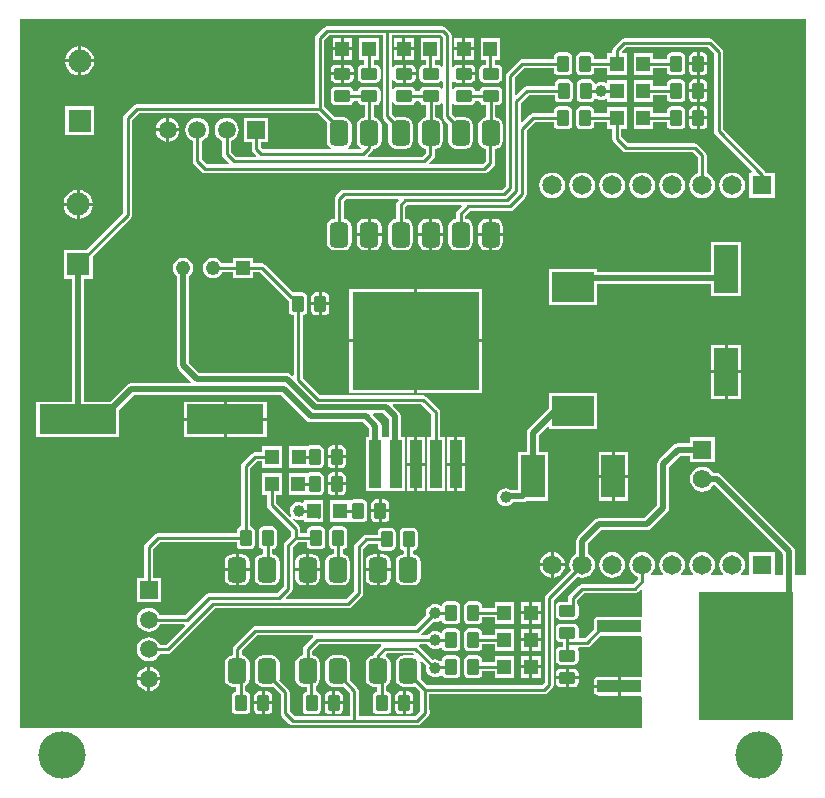
<source format=gtl>
G04*
G04 #@! TF.GenerationSoftware,Altium Limited,Altium Designer,19.0.10 (269)*
G04*
G04 Layer_Physical_Order=1*
G04 Layer_Color=255*
%FSLAX25Y25*%
%MOIN*%
G70*
G01*
G75*
%ADD15C,0.01000*%
%ADD41R,0.04528X0.05118*%
G04:AMPARAMS|DCode=42|XSize=39.37mil|YSize=55.91mil|CornerRadius=4.92mil|HoleSize=0mil|Usage=FLASHONLY|Rotation=270.000|XOffset=0mil|YOffset=0mil|HoleType=Round|Shape=RoundedRectangle|*
%AMROUNDEDRECTD42*
21,1,0.03937,0.04606,0,0,270.0*
21,1,0.02953,0.05591,0,0,270.0*
1,1,0.00984,-0.02303,-0.01476*
1,1,0.00984,-0.02303,0.01476*
1,1,0.00984,0.02303,0.01476*
1,1,0.00984,0.02303,-0.01476*
%
%ADD42ROUNDEDRECTD42*%
G04:AMPARAMS|DCode=43|XSize=83.86mil|YSize=61.81mil|CornerRadius=15.45mil|HoleSize=0mil|Usage=FLASHONLY|Rotation=90.000|XOffset=0mil|YOffset=0mil|HoleType=Round|Shape=RoundedRectangle|*
%AMROUNDEDRECTD43*
21,1,0.08386,0.03091,0,0,90.0*
21,1,0.05295,0.06181,0,0,90.0*
1,1,0.03091,0.01545,0.02648*
1,1,0.03091,0.01545,-0.02648*
1,1,0.03091,-0.01545,-0.02648*
1,1,0.03091,-0.01545,0.02648*
%
%ADD43ROUNDEDRECTD43*%
%ADD44R,0.07874X0.14173*%
G04:AMPARAMS|DCode=45|XSize=39.37mil|YSize=55.91mil|CornerRadius=4.92mil|HoleSize=0mil|Usage=FLASHONLY|Rotation=180.000|XOffset=0mil|YOffset=0mil|HoleType=Round|Shape=RoundedRectangle|*
%AMROUNDEDRECTD45*
21,1,0.03937,0.04606,0,0,180.0*
21,1,0.02953,0.05591,0,0,180.0*
1,1,0.00984,-0.01476,0.02303*
1,1,0.00984,0.01476,0.02303*
1,1,0.00984,0.01476,-0.02303*
1,1,0.00984,-0.01476,-0.02303*
%
%ADD45ROUNDEDRECTD45*%
%ADD46R,0.14173X0.10236*%
%ADD47R,0.42300X0.32700*%
%ADD48R,0.04100X0.15900*%
%ADD49R,0.31496X0.42677*%
G04:AMPARAMS|DCode=50|XSize=148.82mil|YSize=41.73mil|CornerRadius=5.22mil|HoleSize=0mil|Usage=FLASHONLY|Rotation=0.000|XOffset=0mil|YOffset=0mil|HoleType=Round|Shape=RoundedRectangle|*
%AMROUNDEDRECTD50*
21,1,0.14882,0.03130,0,0,0.0*
21,1,0.13839,0.04173,0,0,0.0*
1,1,0.01043,0.06919,-0.01565*
1,1,0.01043,-0.06919,-0.01565*
1,1,0.01043,-0.06919,0.01565*
1,1,0.01043,0.06919,0.01565*
%
%ADD50ROUNDEDRECTD50*%
%ADD51R,0.07874X0.16142*%
%ADD52R,0.25591X0.09843*%
%ADD53C,0.02000*%
%ADD54C,0.15748*%
%ADD55C,0.04795*%
%ADD56R,0.04795X0.04795*%
%ADD57R,0.05937X0.05937*%
%ADD58C,0.05937*%
%ADD59R,0.05937X0.05937*%
%ADD60C,0.06496*%
%ADD61R,0.06496X0.06496*%
%ADD62C,0.06201*%
%ADD63R,0.06201X0.06201*%
%ADD64C,0.07677*%
%ADD65R,0.07677X0.07677*%
%ADD66C,0.03937*%
G36*
X361500Y314500D02*
X358039D01*
Y322500D01*
X357884Y323280D01*
X357442Y323942D01*
X333363Y348021D01*
X332702Y348463D01*
X331921Y348618D01*
X330661D01*
X330649Y348647D01*
X329991Y349503D01*
X329135Y350160D01*
X328137Y350574D01*
X327067Y350714D01*
X325996Y350574D01*
X324999Y350160D01*
X324143Y349503D01*
X323485Y348647D01*
X323072Y347649D01*
X322931Y346579D01*
X323072Y345508D01*
X323485Y344511D01*
X324143Y343654D01*
X324999Y342997D01*
X325996Y342584D01*
X327067Y342443D01*
X328137Y342584D01*
X329135Y342997D01*
X329991Y343654D01*
X330610Y344460D01*
X331121Y344494D01*
X331122Y344494D01*
X353961Y321655D01*
Y314500D01*
X351248D01*
Y322248D01*
X342752D01*
Y314500D01*
X340189D01*
X340087Y314802D01*
X340053Y315000D01*
X340711Y315858D01*
X341139Y316891D01*
X341285Y318000D01*
X341139Y319109D01*
X340711Y320142D01*
X340030Y321030D01*
X339142Y321711D01*
X338109Y322139D01*
X337000Y322285D01*
X335891Y322139D01*
X334858Y321711D01*
X333970Y321030D01*
X333289Y320142D01*
X332861Y319109D01*
X332715Y318000D01*
X332861Y316891D01*
X333289Y315858D01*
X333947Y315000D01*
X333913Y314802D01*
X333811Y314500D01*
X330189D01*
X330087Y314802D01*
X330053Y315000D01*
X330711Y315858D01*
X331139Y316891D01*
X331285Y318000D01*
X331139Y319109D01*
X330711Y320142D01*
X330030Y321030D01*
X329142Y321711D01*
X328109Y322139D01*
X327000Y322285D01*
X325891Y322139D01*
X324858Y321711D01*
X323970Y321030D01*
X323289Y320142D01*
X322861Y319109D01*
X322715Y318000D01*
X322861Y316891D01*
X323289Y315858D01*
X323947Y315000D01*
X323913Y314802D01*
X323811Y314500D01*
X320189D01*
X320087Y314802D01*
X320053Y315000D01*
X320711Y315858D01*
X321139Y316891D01*
X321285Y318000D01*
X321139Y319109D01*
X320711Y320142D01*
X320030Y321030D01*
X319142Y321711D01*
X318109Y322139D01*
X317000Y322285D01*
X315891Y322139D01*
X314858Y321711D01*
X313970Y321030D01*
X313289Y320142D01*
X312861Y319109D01*
X312715Y318000D01*
X312861Y316891D01*
X313289Y315858D01*
X313947Y315000D01*
X313913Y314802D01*
X313811Y314500D01*
X310189D01*
X310087Y314802D01*
X310053Y315000D01*
X310711Y315858D01*
X311139Y316891D01*
X311285Y318000D01*
X311139Y319109D01*
X310711Y320142D01*
X310030Y321030D01*
X309142Y321711D01*
X308109Y322139D01*
X307000Y322285D01*
X305891Y322139D01*
X304858Y321711D01*
X303970Y321030D01*
X303289Y320142D01*
X302861Y319109D01*
X302715Y318000D01*
X302861Y316891D01*
X303289Y315858D01*
X303970Y314970D01*
X304858Y314289D01*
X305471Y314036D01*
Y313134D01*
X303867Y311529D01*
X287000D01*
X286415Y311413D01*
X285919Y311081D01*
X282722Y307885D01*
X282390Y307388D01*
X282274Y306803D01*
Y305679D01*
X279697D01*
X279115Y305563D01*
X278621Y305233D01*
X278291Y304740D01*
X278175Y304157D01*
Y301205D01*
X278291Y300623D01*
X278621Y300129D01*
X279115Y299799D01*
X279697Y299683D01*
X284303D01*
X284885Y299799D01*
X285379Y300129D01*
X285709Y300623D01*
X285824Y301205D01*
Y304157D01*
X285709Y304740D01*
X285379Y305233D01*
X285332Y305264D01*
Y306170D01*
X287633Y308471D01*
X304500D01*
X305085Y308587D01*
X305581Y308919D01*
X306538Y309875D01*
X307000Y309684D01*
Y300993D01*
X306500Y300583D01*
X306333Y300616D01*
X292494D01*
X291900Y300498D01*
X291397Y300162D01*
X291061Y299659D01*
X290943Y299065D01*
Y296547D01*
X287926Y293529D01*
X286082D01*
X285824Y293843D01*
Y296795D01*
X285709Y297377D01*
X285379Y297871D01*
X284885Y298201D01*
X284303Y298317D01*
X279697D01*
X279115Y298201D01*
X278621Y297871D01*
X278291Y297377D01*
X278175Y296795D01*
Y293843D01*
X278291Y293260D01*
X278621Y292767D01*
X279115Y292437D01*
X279697Y292321D01*
X280471D01*
Y290679D01*
X279697D01*
X279115Y290563D01*
X278621Y290233D01*
X278291Y289740D01*
X278175Y289158D01*
Y286205D01*
X278291Y285623D01*
X278621Y285129D01*
X279115Y284799D01*
X279697Y284683D01*
X284303D01*
X284885Y284799D01*
X285379Y285129D01*
X285709Y285623D01*
X285824Y286205D01*
Y289158D01*
X285709Y289740D01*
X285554Y289971D01*
X285822Y290471D01*
X288559D01*
X289144Y290587D01*
X289640Y290919D01*
X293106Y294384D01*
X306333D01*
X306500Y294417D01*
X307000Y294006D01*
Y280994D01*
X306500Y280583D01*
X306333Y280616D01*
X299913D01*
Y277500D01*
Y274384D01*
X306333D01*
X306500Y274417D01*
X307000Y274007D01*
Y263500D01*
X99500D01*
Y500000D01*
X361500D01*
Y314500D01*
D02*
G37*
%LPC*%
G36*
X250835Y493559D02*
X248071D01*
Y490500D01*
X250835D01*
Y493559D01*
D02*
G37*
G36*
X247071D02*
X244307D01*
Y490500D01*
X247071D01*
Y493559D01*
D02*
G37*
G36*
X319795Y488825D02*
X316843D01*
X316260Y488709D01*
X315767Y488379D01*
X315437Y487885D01*
X315321Y487303D01*
Y486529D01*
X310693D01*
Y488559D01*
X304165D01*
Y481441D01*
X310693D01*
Y483471D01*
X315321D01*
Y482697D01*
X315437Y482115D01*
X315767Y481621D01*
X316260Y481291D01*
X316843Y481176D01*
X319795D01*
X320377Y481291D01*
X320871Y481621D01*
X321201Y482115D01*
X321317Y482697D01*
Y487303D01*
X321201Y487885D01*
X320871Y488379D01*
X320377Y488709D01*
X319795Y488825D01*
D02*
G37*
G36*
X120000Y490814D02*
Y486500D01*
X124314D01*
X124214Y487263D01*
X123726Y488440D01*
X122951Y489451D01*
X121940Y490227D01*
X120763Y490714D01*
X120000Y490814D01*
D02*
G37*
G36*
X119000D02*
X118237Y490714D01*
X117060Y490227D01*
X116049Y489451D01*
X115273Y488440D01*
X114786Y487263D01*
X114685Y486500D01*
X119000D01*
Y490814D01*
D02*
G37*
G36*
X250835Y489500D02*
X248071D01*
Y486441D01*
X250835D01*
Y489500D01*
D02*
G37*
G36*
X247071D02*
X244307D01*
Y486441D01*
X247071D01*
Y489500D01*
D02*
G37*
G36*
X327157Y488825D02*
X326181D01*
Y485500D01*
X328679D01*
Y487303D01*
X328563Y487885D01*
X328233Y488379D01*
X327740Y488709D01*
X327157Y488825D01*
D02*
G37*
G36*
X325181D02*
X324205D01*
X323622Y488709D01*
X323129Y488379D01*
X322799Y487885D01*
X322683Y487303D01*
Y485500D01*
X325181D01*
Y488825D01*
D02*
G37*
G36*
X249803Y484679D02*
X248000D01*
Y482181D01*
X251325D01*
Y483157D01*
X251209Y483740D01*
X250879Y484233D01*
X250385Y484563D01*
X249803Y484679D01*
D02*
G37*
G36*
X124314Y485500D02*
X120000D01*
Y481185D01*
X120763Y481286D01*
X121940Y481774D01*
X122951Y482549D01*
X123726Y483560D01*
X124214Y484737D01*
X124314Y485500D01*
D02*
G37*
G36*
X119000D02*
X114685D01*
X114786Y484737D01*
X115273Y483560D01*
X116049Y482549D01*
X117060Y481774D01*
X118237Y481286D01*
X119000Y481185D01*
Y485500D01*
D02*
G37*
G36*
X328679Y484500D02*
X326181D01*
Y481176D01*
X327157D01*
X327740Y481291D01*
X328233Y481621D01*
X328563Y482115D01*
X328679Y482697D01*
Y484500D01*
D02*
G37*
G36*
X325181D02*
X322683D01*
Y482697D01*
X322799Y482115D01*
X323129Y481621D01*
X323622Y481291D01*
X324205Y481176D01*
X325181D01*
Y484500D01*
D02*
G37*
G36*
X282114Y488825D02*
X279161D01*
X278579Y488709D01*
X278086Y488379D01*
X277756Y487885D01*
X277640Y487303D01*
Y486529D01*
X267000D01*
X266415Y486413D01*
X265919Y486081D01*
X261919Y482081D01*
X261587Y481585D01*
X261471Y481000D01*
Y444134D01*
X260367Y443029D01*
X207500D01*
X206915Y442913D01*
X206419Y442581D01*
X204919Y441081D01*
X204587Y440585D01*
X204471Y440000D01*
Y433353D01*
X204455D01*
X203462Y433155D01*
X202620Y432593D01*
X202057Y431751D01*
X201860Y430758D01*
Y425463D01*
X202057Y424470D01*
X202620Y423628D01*
X203462Y423065D01*
X204455Y422867D01*
X207545D01*
X208538Y423065D01*
X209380Y423628D01*
X209943Y424470D01*
X210140Y425463D01*
Y430758D01*
X209943Y431751D01*
X209380Y432593D01*
X208538Y433155D01*
X207545Y433353D01*
X207529D01*
Y439366D01*
X208134Y439971D01*
X225654D01*
X225846Y439509D01*
X225419Y439081D01*
X225087Y438585D01*
X224971Y438000D01*
Y433353D01*
X224955D01*
X223962Y433155D01*
X223120Y432593D01*
X222557Y431751D01*
X222360Y430758D01*
Y425463D01*
X222557Y424470D01*
X223120Y423628D01*
X223962Y423065D01*
X224955Y422867D01*
X228045D01*
X229038Y423065D01*
X229880Y423628D01*
X230443Y424470D01*
X230640Y425463D01*
Y430758D01*
X230443Y431751D01*
X229880Y432593D01*
X229038Y433155D01*
X228045Y433353D01*
X228029D01*
Y437366D01*
X228633Y437971D01*
X246654D01*
X246846Y437509D01*
X245419Y436081D01*
X245087Y435585D01*
X244971Y435000D01*
Y433353D01*
X244955D01*
X243962Y433155D01*
X243120Y432593D01*
X242557Y431751D01*
X242360Y430758D01*
Y425463D01*
X242557Y424470D01*
X243120Y423628D01*
X243962Y423065D01*
X244955Y422867D01*
X248045D01*
X249038Y423065D01*
X249880Y423628D01*
X250443Y424470D01*
X250640Y425463D01*
Y430758D01*
X250443Y431751D01*
X249880Y432593D01*
X249038Y433155D01*
X248045Y433353D01*
X248029D01*
Y434367D01*
X249634Y435971D01*
X263000D01*
X263585Y436087D01*
X264081Y436419D01*
X268081Y440418D01*
X268413Y440915D01*
X268529Y441500D01*
Y462752D01*
X271248Y465471D01*
X277640D01*
Y464697D01*
X277756Y464115D01*
X278086Y463621D01*
X278579Y463291D01*
X279161Y463175D01*
X282114D01*
X282696Y463291D01*
X283190Y463621D01*
X283520Y464115D01*
X283635Y464697D01*
Y469303D01*
X283520Y469885D01*
X283190Y470379D01*
X282696Y470709D01*
X282114Y470824D01*
X279161D01*
X278579Y470709D01*
X278086Y470379D01*
X277756Y469885D01*
X277640Y469303D01*
Y468529D01*
X270614D01*
X270029Y468413D01*
X269533Y468081D01*
X266991Y465540D01*
X266529Y465731D01*
Y471867D01*
X269133Y474471D01*
X277821D01*
Y473697D01*
X277937Y473115D01*
X278267Y472621D01*
X278760Y472291D01*
X279343Y472176D01*
X282295D01*
X282877Y472291D01*
X283371Y472621D01*
X283701Y473115D01*
X283817Y473697D01*
Y478303D01*
X283701Y478885D01*
X283371Y479379D01*
X282877Y479709D01*
X282295Y479824D01*
X279343D01*
X278760Y479709D01*
X278267Y479379D01*
X277937Y478885D01*
X277821Y478303D01*
Y477529D01*
X268500D01*
X267915Y477413D01*
X267419Y477081D01*
X264991Y474654D01*
X264529Y474846D01*
Y480367D01*
X267634Y483471D01*
X277640D01*
Y482697D01*
X277756Y482115D01*
X278086Y481621D01*
X278579Y481291D01*
X279161Y481176D01*
X282114D01*
X282696Y481291D01*
X283190Y481621D01*
X283520Y482115D01*
X283635Y482697D01*
Y487303D01*
X283520Y487885D01*
X283190Y488379D01*
X282696Y488709D01*
X282114Y488825D01*
D02*
G37*
G36*
X259693Y493559D02*
X253165D01*
Y486441D01*
X254900D01*
Y484679D01*
X254197D01*
X253615Y484563D01*
X253121Y484233D01*
X252791Y483740D01*
X252676Y483157D01*
Y480205D01*
X252791Y479623D01*
X253121Y479129D01*
X253615Y478799D01*
X254197Y478683D01*
X258803D01*
X259385Y478799D01*
X259879Y479129D01*
X260209Y479623D01*
X260325Y480205D01*
Y483157D01*
X260209Y483740D01*
X259879Y484233D01*
X259385Y484563D01*
X258803Y484679D01*
X257959D01*
Y486441D01*
X259693D01*
Y493559D01*
D02*
G37*
G36*
X251325Y481181D02*
X248000D01*
Y478683D01*
X249803D01*
X250385Y478799D01*
X250879Y479129D01*
X251209Y479623D01*
X251325Y480205D01*
Y481181D01*
D02*
G37*
G36*
X240500Y497529D02*
X202000D01*
X201415Y497413D01*
X200919Y497081D01*
X198419Y494581D01*
X198087Y494085D01*
X197971Y493500D01*
Y471529D01*
X138500D01*
X137915Y471413D01*
X137419Y471081D01*
X134419Y468081D01*
X134087Y467585D01*
X133971Y467000D01*
Y435354D01*
X121676Y423059D01*
X114161D01*
Y413382D01*
X116961D01*
Y372421D01*
X105028D01*
Y360579D01*
X132618D01*
Y369537D01*
X137541Y374461D01*
X186655D01*
X195058Y366058D01*
X195720Y365616D01*
X196500Y365461D01*
X214085D01*
X216075Y363470D01*
Y360529D01*
X215064D01*
Y342629D01*
X221164D01*
Y360529D01*
X220153D01*
Y364315D01*
X220153Y364315D01*
X219998Y365095D01*
X219556Y365757D01*
X217314Y367999D01*
X217505Y368461D01*
X220655D01*
X222461Y366655D01*
Y360529D01*
X221757D01*
Y342629D01*
X227857D01*
Y360529D01*
X226539D01*
Y367500D01*
X226384Y368280D01*
X225942Y368942D01*
X223875Y371009D01*
X224066Y371471D01*
X233366D01*
X236664Y368174D01*
Y360529D01*
X235143D01*
Y342629D01*
X241243D01*
Y360529D01*
X239722D01*
Y368807D01*
X239606Y369392D01*
X239274Y369888D01*
X235081Y374081D01*
X234585Y374413D01*
X234000Y374529D01*
X199669D01*
X193848Y380350D01*
Y401186D01*
X194378Y401291D01*
X194871Y401621D01*
X195201Y402115D01*
X195317Y402697D01*
Y407303D01*
X195201Y407885D01*
X194871Y408379D01*
X194378Y408709D01*
X193795Y408824D01*
X190851D01*
X190850Y408825D01*
X190657D01*
X181400Y418081D01*
X180904Y418413D01*
X180319Y418529D01*
X177398D01*
Y420398D01*
X170602D01*
Y418529D01*
X167044D01*
X166968Y418714D01*
X166423Y419423D01*
X165714Y419968D01*
X164887Y420310D01*
X164000Y420427D01*
X163113Y420310D01*
X162286Y419968D01*
X161577Y419423D01*
X161032Y418714D01*
X160690Y417887D01*
X160573Y417000D01*
X160690Y416113D01*
X161032Y415286D01*
X161577Y414577D01*
X162286Y414032D01*
X163113Y413690D01*
X164000Y413573D01*
X164887Y413690D01*
X165714Y414032D01*
X166423Y414577D01*
X166968Y415286D01*
X167044Y415471D01*
X170602D01*
Y413602D01*
X177398D01*
Y415471D01*
X179685D01*
X188942Y406214D01*
X189321Y405961D01*
Y402697D01*
X189437Y402115D01*
X189767Y401621D01*
X190260Y401291D01*
X190789Y401186D01*
Y381248D01*
X190328Y381056D01*
X189942Y381442D01*
X189280Y381884D01*
X188500Y382039D01*
X159345D01*
X156039Y385345D01*
Y414282D01*
X156423Y414577D01*
X156968Y415286D01*
X157310Y416113D01*
X157427Y417000D01*
X157310Y417887D01*
X156968Y418714D01*
X156423Y419423D01*
X155713Y419968D01*
X154887Y420310D01*
X154000Y420427D01*
X153113Y420310D01*
X152287Y419968D01*
X151577Y419423D01*
X151032Y418714D01*
X150690Y417887D01*
X150573Y417000D01*
X150690Y416113D01*
X151032Y415286D01*
X151577Y414577D01*
X151961Y414282D01*
Y384500D01*
X152116Y383720D01*
X152558Y383058D01*
X156577Y379039D01*
X156370Y378539D01*
X136697D01*
X136697Y378539D01*
X135916Y378384D01*
X135255Y377942D01*
X135255Y377942D01*
X129734Y372421D01*
X121039D01*
Y413382D01*
X123839D01*
Y420896D01*
X136581Y433639D01*
X136913Y434135D01*
X137029Y434721D01*
Y466366D01*
X139134Y468471D01*
X198866D01*
X202016Y465322D01*
X201860Y464537D01*
Y459242D01*
X202057Y458249D01*
X202620Y457407D01*
X203185Y457029D01*
X203033Y456529D01*
X180633D01*
X179872Y457291D01*
Y459031D01*
X182311D01*
Y466968D01*
X174374D01*
Y459031D01*
X176813D01*
Y456658D01*
X176929Y456072D01*
X177261Y455576D01*
X178346Y454491D01*
X178154Y454029D01*
X171634D01*
X170029Y455633D01*
Y459338D01*
X170501Y459534D01*
X171330Y460170D01*
X171967Y460999D01*
X172366Y461964D01*
X172503Y463000D01*
X172366Y464036D01*
X171967Y465001D01*
X171330Y465830D01*
X170501Y466467D01*
X169536Y466866D01*
X168500Y467003D01*
X167464Y466866D01*
X166499Y466467D01*
X165670Y465830D01*
X165033Y465001D01*
X164634Y464036D01*
X164497Y463000D01*
X164634Y461964D01*
X165033Y460999D01*
X165670Y460170D01*
X166499Y459534D01*
X166971Y459338D01*
Y455000D01*
X167087Y454415D01*
X167419Y453919D01*
X169346Y451991D01*
X169154Y451529D01*
X161949D01*
X160187Y453291D01*
Y459338D01*
X160659Y459534D01*
X161488Y460170D01*
X162124Y460999D01*
X162524Y461964D01*
X162660Y463000D01*
X162524Y464036D01*
X162124Y465001D01*
X161488Y465830D01*
X160659Y466467D01*
X159694Y466866D01*
X158658Y467003D01*
X157622Y466866D01*
X156656Y466467D01*
X155827Y465830D01*
X155191Y465001D01*
X154791Y464036D01*
X154655Y463000D01*
X154791Y461964D01*
X155191Y460999D01*
X155827Y460170D01*
X156656Y459534D01*
X157128Y459338D01*
Y452658D01*
X157245Y452072D01*
X157576Y451576D01*
X160233Y448919D01*
X160730Y448587D01*
X161315Y448471D01*
X254429D01*
X255014Y448587D01*
X255511Y448919D01*
X257511Y450919D01*
X257842Y451415D01*
X257959Y452000D01*
Y456647D01*
X258045D01*
X259038Y456845D01*
X259880Y457407D01*
X260443Y458249D01*
X260640Y459242D01*
Y464537D01*
X260443Y465530D01*
X259880Y466372D01*
X259038Y466935D01*
X258045Y467133D01*
X258029D01*
Y471321D01*
X258803D01*
X259385Y471437D01*
X259879Y471767D01*
X260209Y472260D01*
X260325Y472843D01*
Y475795D01*
X260209Y476377D01*
X259879Y476871D01*
X259385Y477201D01*
X258803Y477317D01*
X254197D01*
X253615Y477201D01*
X253121Y476871D01*
X252791Y476377D01*
X252686Y475848D01*
X251314D01*
X251209Y476377D01*
X250879Y476871D01*
X250385Y477201D01*
X249803Y477317D01*
X245197D01*
X244615Y477201D01*
X244121Y476871D01*
X244029Y476734D01*
X243529Y476886D01*
Y479114D01*
X244029Y479266D01*
X244121Y479129D01*
X244615Y478799D01*
X245197Y478683D01*
X247000D01*
Y481681D01*
Y484679D01*
X245197D01*
X244615Y484563D01*
X244121Y484233D01*
X244029Y484096D01*
X243529Y484248D01*
Y494500D01*
X243413Y495085D01*
X243081Y495581D01*
X241581Y497081D01*
X241085Y497413D01*
X240500Y497529D01*
D02*
G37*
G36*
X319795Y479824D02*
X316843D01*
X316260Y479709D01*
X315767Y479379D01*
X315437Y478885D01*
X315321Y478303D01*
Y477529D01*
X310693D01*
Y479559D01*
X304165D01*
Y472441D01*
X310693D01*
Y474471D01*
X315321D01*
Y473697D01*
X315437Y473115D01*
X315767Y472621D01*
X316260Y472291D01*
X316843Y472176D01*
X319795D01*
X320377Y472291D01*
X320871Y472621D01*
X321201Y473115D01*
X321317Y473697D01*
Y478303D01*
X321201Y478885D01*
X320871Y479379D01*
X320377Y479709D01*
X319795Y479824D01*
D02*
G37*
G36*
X327157D02*
X326181D01*
Y476500D01*
X328679D01*
Y478303D01*
X328563Y478885D01*
X328233Y479379D01*
X327740Y479709D01*
X327157Y479824D01*
D02*
G37*
G36*
X325181D02*
X324205D01*
X323622Y479709D01*
X323129Y479379D01*
X322799Y478885D01*
X322683Y478303D01*
Y476500D01*
X325181D01*
Y479824D01*
D02*
G37*
G36*
X289657D02*
X286705D01*
X286122Y479709D01*
X285629Y479379D01*
X285299Y478885D01*
X285183Y478303D01*
Y473697D01*
X285299Y473115D01*
X285629Y472621D01*
X286122Y472291D01*
X286705Y472176D01*
X289657D01*
X290240Y472291D01*
X290733Y472621D01*
X291063Y473115D01*
X291113Y473365D01*
X291664Y473572D01*
X291879Y473407D01*
X292601Y473108D01*
X293376Y473006D01*
X294151Y473108D01*
X294807Y473380D01*
X295307Y473188D01*
Y472441D01*
X301835D01*
Y479559D01*
X295307D01*
Y478812D01*
X294807Y478620D01*
X294151Y478892D01*
X293376Y478994D01*
X292601Y478892D01*
X291879Y478593D01*
X291664Y478428D01*
X291113Y478635D01*
X291063Y478885D01*
X290733Y479379D01*
X290240Y479709D01*
X289657Y479824D01*
D02*
G37*
G36*
X328679Y475500D02*
X326181D01*
Y472176D01*
X327157D01*
X327740Y472291D01*
X328233Y472621D01*
X328563Y473115D01*
X328679Y473697D01*
Y475500D01*
D02*
G37*
G36*
X325181D02*
X322683D01*
Y473697D01*
X322799Y473115D01*
X323129Y472621D01*
X323622Y472291D01*
X324205Y472176D01*
X325181D01*
Y475500D01*
D02*
G37*
G36*
X319795Y470824D02*
X316843D01*
X316260Y470709D01*
X315767Y470379D01*
X315437Y469885D01*
X315321Y469303D01*
Y468529D01*
X310693D01*
Y470559D01*
X304165D01*
Y463441D01*
X310693D01*
Y465471D01*
X315321D01*
Y464697D01*
X315437Y464115D01*
X315767Y463621D01*
X316260Y463291D01*
X316843Y463175D01*
X319795D01*
X320377Y463291D01*
X320871Y463621D01*
X321201Y464115D01*
X321317Y464697D01*
Y469303D01*
X321201Y469885D01*
X320871Y470379D01*
X320377Y470709D01*
X319795Y470824D01*
D02*
G37*
G36*
X327157D02*
X326181D01*
Y467500D01*
X328679D01*
Y469303D01*
X328563Y469885D01*
X328233Y470379D01*
X327740Y470709D01*
X327157Y470824D01*
D02*
G37*
G36*
X325181D02*
X324205D01*
X323622Y470709D01*
X323129Y470379D01*
X322799Y469885D01*
X322683Y469303D01*
Y467500D01*
X325181D01*
Y470824D01*
D02*
G37*
G36*
X149315Y466937D02*
Y463500D01*
X152752D01*
X152681Y464036D01*
X152281Y465001D01*
X151645Y465830D01*
X150816Y466467D01*
X149851Y466866D01*
X149315Y466937D01*
D02*
G37*
G36*
X148315D02*
X147779Y466866D01*
X146814Y466467D01*
X145985Y465830D01*
X145349Y465001D01*
X144949Y464036D01*
X144878Y463500D01*
X148315D01*
Y466937D01*
D02*
G37*
G36*
X328679Y466500D02*
X326181D01*
Y463175D01*
X327157D01*
X327740Y463291D01*
X328233Y463621D01*
X328563Y464115D01*
X328679Y464697D01*
Y466500D01*
D02*
G37*
G36*
X325181D02*
X322683D01*
Y464697D01*
X322799Y464115D01*
X323129Y463621D01*
X323622Y463291D01*
X324205Y463175D01*
X325181D01*
Y466500D01*
D02*
G37*
G36*
X124339Y470839D02*
X114661D01*
Y461161D01*
X124339D01*
Y470839D01*
D02*
G37*
G36*
X152752Y462500D02*
X149315D01*
Y459063D01*
X149851Y459134D01*
X150816Y459534D01*
X151645Y460170D01*
X152281Y460999D01*
X152681Y461964D01*
X152752Y462500D01*
D02*
G37*
G36*
X148315D02*
X144878D01*
X144949Y461964D01*
X145349Y460999D01*
X145985Y460170D01*
X146814Y459534D01*
X147779Y459134D01*
X148315Y459063D01*
Y462500D01*
D02*
G37*
G36*
X329500Y493529D02*
X301071D01*
X300486Y493413D01*
X299989Y493081D01*
X297489Y490581D01*
X297158Y490085D01*
X297042Y489500D01*
Y488559D01*
X295307D01*
Y486529D01*
X290998D01*
Y487303D01*
X290882Y487885D01*
X290552Y488379D01*
X290059Y488709D01*
X289476Y488825D01*
X286524D01*
X285941Y488709D01*
X285448Y488379D01*
X285118Y487885D01*
X285002Y487303D01*
Y482697D01*
X285118Y482115D01*
X285448Y481621D01*
X285941Y481291D01*
X286524Y481176D01*
X289476D01*
X290059Y481291D01*
X290552Y481621D01*
X290882Y482115D01*
X290998Y482697D01*
Y483471D01*
X295307D01*
Y481441D01*
X301835D01*
Y488559D01*
X300500D01*
X300293Y489059D01*
X301704Y490471D01*
X328867D01*
X330971Y488367D01*
Y462500D01*
X331087Y461915D01*
X331419Y461419D01*
X343627Y449210D01*
X343436Y448748D01*
X342752D01*
Y440252D01*
X351248D01*
Y448748D01*
X348304D01*
X348081Y449081D01*
X334029Y463133D01*
Y489000D01*
X333913Y489585D01*
X333581Y490081D01*
X330581Y493081D01*
X330085Y493413D01*
X329500Y493529D01*
D02*
G37*
G36*
X337000Y448785D02*
X335891Y448639D01*
X334858Y448211D01*
X333970Y447530D01*
X333289Y446642D01*
X332861Y445609D01*
X332715Y444500D01*
X332861Y443391D01*
X333289Y442358D01*
X333970Y441470D01*
X334858Y440789D01*
X335891Y440361D01*
X337000Y440215D01*
X338109Y440361D01*
X339142Y440789D01*
X340030Y441470D01*
X340711Y442358D01*
X341139Y443391D01*
X341285Y444500D01*
X341139Y445609D01*
X340711Y446642D01*
X340030Y447530D01*
X339142Y448211D01*
X338109Y448639D01*
X337000Y448785D01*
D02*
G37*
G36*
X289476Y470824D02*
X286524D01*
X285941Y470709D01*
X285448Y470379D01*
X285118Y469885D01*
X285002Y469303D01*
Y464697D01*
X285118Y464115D01*
X285448Y463621D01*
X285941Y463291D01*
X286524Y463175D01*
X289476D01*
X290059Y463291D01*
X290552Y463621D01*
X290882Y464115D01*
X290998Y464697D01*
Y465471D01*
X295307D01*
Y463441D01*
X297042D01*
Y459929D01*
X297158Y459344D01*
X297489Y458848D01*
X300419Y455919D01*
X300915Y455587D01*
X301500Y455471D01*
X323867D01*
X325471Y453866D01*
Y448464D01*
X324858Y448211D01*
X323970Y447530D01*
X323289Y446642D01*
X322861Y445609D01*
X322715Y444500D01*
X322861Y443391D01*
X323289Y442358D01*
X323970Y441470D01*
X324858Y440789D01*
X325891Y440361D01*
X327000Y440215D01*
X328109Y440361D01*
X329142Y440789D01*
X330030Y441470D01*
X330711Y442358D01*
X331139Y443391D01*
X331285Y444500D01*
X331139Y445609D01*
X330711Y446642D01*
X330030Y447530D01*
X329142Y448211D01*
X328529Y448464D01*
Y454500D01*
X328413Y455085D01*
X328081Y455581D01*
X325581Y458081D01*
X325085Y458413D01*
X324500Y458529D01*
X302133D01*
X300100Y460563D01*
Y463441D01*
X301835D01*
Y470559D01*
X295307D01*
Y468529D01*
X290998D01*
Y469303D01*
X290882Y469885D01*
X290552Y470379D01*
X290059Y470709D01*
X289476Y470824D01*
D02*
G37*
G36*
X317000Y448785D02*
X315891Y448639D01*
X314858Y448211D01*
X313970Y447530D01*
X313289Y446642D01*
X312861Y445609D01*
X312715Y444500D01*
X312861Y443391D01*
X313289Y442358D01*
X313970Y441470D01*
X314858Y440789D01*
X315891Y440361D01*
X317000Y440215D01*
X318109Y440361D01*
X319142Y440789D01*
X320030Y441470D01*
X320711Y442358D01*
X321139Y443391D01*
X321285Y444500D01*
X321139Y445609D01*
X320711Y446642D01*
X320030Y447530D01*
X319142Y448211D01*
X318109Y448639D01*
X317000Y448785D01*
D02*
G37*
G36*
X307000D02*
X305891Y448639D01*
X304858Y448211D01*
X303970Y447530D01*
X303289Y446642D01*
X302861Y445609D01*
X302715Y444500D01*
X302861Y443391D01*
X303289Y442358D01*
X303970Y441470D01*
X304858Y440789D01*
X305891Y440361D01*
X307000Y440215D01*
X308109Y440361D01*
X309142Y440789D01*
X310030Y441470D01*
X310711Y442358D01*
X311139Y443391D01*
X311285Y444500D01*
X311139Y445609D01*
X310711Y446642D01*
X310030Y447530D01*
X309142Y448211D01*
X308109Y448639D01*
X307000Y448785D01*
D02*
G37*
G36*
X297000D02*
X295891Y448639D01*
X294858Y448211D01*
X293970Y447530D01*
X293289Y446642D01*
X292861Y445609D01*
X292715Y444500D01*
X292861Y443391D01*
X293289Y442358D01*
X293970Y441470D01*
X294858Y440789D01*
X295891Y440361D01*
X297000Y440215D01*
X298109Y440361D01*
X299142Y440789D01*
X300030Y441470D01*
X300711Y442358D01*
X301139Y443391D01*
X301285Y444500D01*
X301139Y445609D01*
X300711Y446642D01*
X300030Y447530D01*
X299142Y448211D01*
X298109Y448639D01*
X297000Y448785D01*
D02*
G37*
G36*
X287000D02*
X285891Y448639D01*
X284858Y448211D01*
X283970Y447530D01*
X283289Y446642D01*
X282861Y445609D01*
X282715Y444500D01*
X282861Y443391D01*
X283289Y442358D01*
X283970Y441470D01*
X284858Y440789D01*
X285891Y440361D01*
X287000Y440215D01*
X288109Y440361D01*
X289142Y440789D01*
X290030Y441470D01*
X290711Y442358D01*
X291139Y443391D01*
X291285Y444500D01*
X291139Y445609D01*
X290711Y446642D01*
X290030Y447530D01*
X289142Y448211D01*
X288109Y448639D01*
X287000Y448785D01*
D02*
G37*
G36*
X277000D02*
X275891Y448639D01*
X274858Y448211D01*
X273970Y447530D01*
X273289Y446642D01*
X272861Y445609D01*
X272715Y444500D01*
X272861Y443391D01*
X273289Y442358D01*
X273970Y441470D01*
X274858Y440789D01*
X275891Y440361D01*
X277000Y440215D01*
X278109Y440361D01*
X279142Y440789D01*
X280030Y441470D01*
X280711Y442358D01*
X281139Y443391D01*
X281285Y444500D01*
X281139Y445609D01*
X280711Y446642D01*
X280030Y447530D01*
X279142Y448211D01*
X278109Y448639D01*
X277000Y448785D01*
D02*
G37*
G36*
X119500Y443035D02*
Y438721D01*
X123814D01*
X123714Y439484D01*
X123226Y440661D01*
X122451Y441671D01*
X121440Y442447D01*
X120263Y442935D01*
X119500Y443035D01*
D02*
G37*
G36*
X118500Y443035D02*
X117737Y442935D01*
X116560Y442447D01*
X115549Y441671D01*
X114773Y440661D01*
X114286Y439484D01*
X114186Y438721D01*
X118500D01*
Y443035D01*
D02*
G37*
G36*
X123814Y437720D02*
X119500D01*
Y433406D01*
X120263Y433506D01*
X121440Y433994D01*
X122451Y434770D01*
X123226Y435780D01*
X123714Y436957D01*
X123814Y437720D01*
D02*
G37*
G36*
X118500D02*
X114186D01*
X114286Y436957D01*
X114773Y435780D01*
X115549Y434770D01*
X116560Y433994D01*
X117737Y433506D01*
X118500Y433406D01*
Y437720D01*
D02*
G37*
G36*
X258045Y433353D02*
X257000D01*
Y428610D01*
X260640D01*
Y430758D01*
X260443Y431751D01*
X259880Y432593D01*
X259038Y433155D01*
X258045Y433353D01*
D02*
G37*
G36*
X238045D02*
X237000D01*
Y428610D01*
X240640D01*
Y430758D01*
X240443Y431751D01*
X239880Y432593D01*
X239038Y433155D01*
X238045Y433353D01*
D02*
G37*
G36*
X217545D02*
X216500D01*
Y428610D01*
X220140D01*
Y430758D01*
X219943Y431751D01*
X219380Y432593D01*
X218538Y433155D01*
X217545Y433353D01*
D02*
G37*
G36*
X256000D02*
X254955D01*
X253962Y433155D01*
X253120Y432593D01*
X252557Y431751D01*
X252360Y430758D01*
Y428610D01*
X256000D01*
Y433353D01*
D02*
G37*
G36*
X236000D02*
X234955D01*
X233962Y433155D01*
X233120Y432593D01*
X232557Y431751D01*
X232360Y430758D01*
Y428610D01*
X236000D01*
Y433353D01*
D02*
G37*
G36*
X215500D02*
X214455D01*
X213462Y433155D01*
X212620Y432593D01*
X212057Y431751D01*
X211860Y430758D01*
Y428610D01*
X215500D01*
Y433353D01*
D02*
G37*
G36*
X260640Y427610D02*
X257000D01*
Y422867D01*
X258045D01*
X259038Y423065D01*
X259880Y423628D01*
X260443Y424470D01*
X260640Y425463D01*
Y427610D01*
D02*
G37*
G36*
X256000D02*
X252360D01*
Y425463D01*
X252557Y424470D01*
X253120Y423628D01*
X253962Y423065D01*
X254955Y422867D01*
X256000D01*
Y427610D01*
D02*
G37*
G36*
X240640D02*
X237000D01*
Y422867D01*
X238045D01*
X239038Y423065D01*
X239880Y423628D01*
X240443Y424470D01*
X240640Y425463D01*
Y427610D01*
D02*
G37*
G36*
X236000D02*
X232360D01*
Y425463D01*
X232557Y424470D01*
X233120Y423628D01*
X233962Y423065D01*
X234955Y422867D01*
X236000D01*
Y427610D01*
D02*
G37*
G36*
X220140D02*
X216500D01*
Y422867D01*
X217545D01*
X218538Y423065D01*
X219380Y423628D01*
X219943Y424470D01*
X220140Y425463D01*
Y427610D01*
D02*
G37*
G36*
X215500D02*
X211860D01*
Y425463D01*
X212057Y424470D01*
X212620Y423628D01*
X213462Y423065D01*
X214455Y422867D01*
X215500D01*
Y427610D01*
D02*
G37*
G36*
X339937Y425697D02*
X330063D01*
Y415728D01*
X292087D01*
Y416787D01*
X275913D01*
Y404551D01*
X292087D01*
Y411650D01*
X330063D01*
Y407555D01*
X339937D01*
Y425697D01*
D02*
G37*
G36*
X201157Y408824D02*
X200181D01*
Y405500D01*
X202679D01*
Y407303D01*
X202563Y407885D01*
X202233Y408379D01*
X201740Y408709D01*
X201157Y408824D01*
D02*
G37*
G36*
X199181D02*
X198205D01*
X197623Y408709D01*
X197129Y408379D01*
X196799Y407885D01*
X196683Y407303D01*
Y405500D01*
X199181D01*
Y408824D01*
D02*
G37*
G36*
X202679Y404500D02*
X200181D01*
Y401175D01*
X201157D01*
X201740Y401291D01*
X202233Y401621D01*
X202563Y402115D01*
X202679Y402697D01*
Y404500D01*
D02*
G37*
G36*
X199181D02*
X196683D01*
Y402697D01*
X196799Y402115D01*
X197129Y401621D01*
X197623Y401291D01*
X198205Y401175D01*
X199181D01*
Y404500D01*
D02*
G37*
G36*
X253650Y410079D02*
X232000D01*
Y393229D01*
X253650D01*
Y410079D01*
D02*
G37*
G36*
X231000D02*
X209350D01*
Y393229D01*
X231000D01*
Y410079D01*
D02*
G37*
G36*
X339937Y391445D02*
X335500D01*
Y382874D01*
X339937D01*
Y391445D01*
D02*
G37*
G36*
X334500D02*
X330063D01*
Y382874D01*
X334500D01*
Y391445D01*
D02*
G37*
G36*
X253650Y392229D02*
X232000D01*
Y375379D01*
X253650D01*
Y392229D01*
D02*
G37*
G36*
X231000D02*
X209350D01*
Y375379D01*
X231000D01*
Y392229D01*
D02*
G37*
G36*
X339937Y381874D02*
X335500D01*
Y373303D01*
X339937D01*
Y381874D01*
D02*
G37*
G36*
X334500D02*
X330063D01*
Y373303D01*
X334500D01*
Y381874D01*
D02*
G37*
G36*
X181831Y372421D02*
X168535D01*
Y367000D01*
X181831D01*
Y372421D01*
D02*
G37*
G36*
X167535D02*
X154240D01*
Y367000D01*
X167535D01*
Y372421D01*
D02*
G37*
G36*
X292087Y375449D02*
X275913D01*
Y370297D01*
X269172Y363556D01*
X268730Y362895D01*
X268575Y362114D01*
Y355587D01*
X265677D01*
Y342953D01*
X263180D01*
X262997Y343093D01*
X262275Y343392D01*
X261500Y343494D01*
X260725Y343392D01*
X260003Y343093D01*
X259383Y342617D01*
X258907Y341997D01*
X258608Y341275D01*
X258506Y340500D01*
X258608Y339725D01*
X258907Y339003D01*
X259383Y338383D01*
X260003Y337907D01*
X260725Y337608D01*
X261500Y337506D01*
X262275Y337608D01*
X262997Y337907D01*
X263617Y338383D01*
X263994Y338874D01*
X267177D01*
X267957Y339029D01*
X268532Y339413D01*
X275551D01*
Y355587D01*
X272653D01*
Y361269D01*
X275451Y364068D01*
X275913Y363876D01*
Y363213D01*
X292087D01*
Y375449D01*
D02*
G37*
G36*
X181831Y366000D02*
X168535D01*
Y360579D01*
X181831D01*
Y366000D01*
D02*
G37*
G36*
X167535D02*
X154240D01*
Y360579D01*
X167535D01*
Y366000D01*
D02*
G37*
G36*
X206658Y357824D02*
X205681D01*
Y354500D01*
X208179D01*
Y356303D01*
X208063Y356885D01*
X207733Y357379D01*
X207240Y357709D01*
X206658Y357824D01*
D02*
G37*
G36*
X204681D02*
X203705D01*
X203122Y357709D01*
X202629Y357379D01*
X202299Y356885D01*
X202183Y356303D01*
Y354500D01*
X204681D01*
Y357824D01*
D02*
G37*
G36*
X331167Y360522D02*
X322967D01*
Y358460D01*
X318843D01*
X318062Y358305D01*
X317401Y357863D01*
X312558Y353021D01*
X312116Y352359D01*
X311961Y351579D01*
Y337845D01*
X307655Y333539D01*
X292500D01*
X291720Y333384D01*
X291058Y332942D01*
X291058Y332942D01*
X285558Y327442D01*
X285116Y326780D01*
X284961Y326000D01*
Y321753D01*
X284858Y321711D01*
X283970Y321030D01*
X283289Y320142D01*
X282861Y319109D01*
X282715Y318000D01*
X282861Y316891D01*
X283115Y316278D01*
X274919Y308081D01*
X274587Y307585D01*
X274471Y307000D01*
Y278633D01*
X273741Y277903D01*
X235134D01*
X233129Y279907D01*
X233140Y279963D01*
Y285258D01*
X233083Y285547D01*
X233544Y285793D01*
X235103Y284234D01*
X235006Y283500D01*
X235108Y282725D01*
X235407Y282003D01*
X235883Y281383D01*
X236503Y280907D01*
X237225Y280608D01*
X238000Y280506D01*
X238775Y280608D01*
X239497Y280907D01*
X239906Y281221D01*
X240325Y281137D01*
X240458Y281072D01*
X240476Y281056D01*
X240767Y280621D01*
X241260Y280291D01*
X241843Y280175D01*
X244795D01*
X245377Y280291D01*
X245871Y280621D01*
X246201Y281115D01*
X246317Y281697D01*
Y286303D01*
X246201Y286885D01*
X245871Y287379D01*
X245377Y287709D01*
X244795Y287825D01*
X241843D01*
X241260Y287709D01*
X240767Y287379D01*
X240437Y286885D01*
X240321Y286303D01*
Y286091D01*
X239821Y285844D01*
X239497Y286093D01*
X238775Y286392D01*
X238000Y286494D01*
X237265Y286397D01*
X232692Y290971D01*
X232899Y291471D01*
X235432D01*
X235883Y290883D01*
X236503Y290407D01*
X237225Y290108D01*
X238000Y290006D01*
X238775Y290108D01*
X239497Y290407D01*
X239834Y290666D01*
X239862Y290667D01*
X240371Y290447D01*
X240437Y290115D01*
X240767Y289621D01*
X241260Y289291D01*
X241843Y289176D01*
X244795D01*
X245377Y289291D01*
X245871Y289621D01*
X246201Y290115D01*
X246317Y290697D01*
Y295303D01*
X246201Y295885D01*
X245871Y296379D01*
X245377Y296709D01*
X244795Y296825D01*
X241843D01*
X241260Y296709D01*
X240767Y296379D01*
X240437Y295885D01*
X240371Y295553D01*
X239862Y295333D01*
X239834Y295334D01*
X239497Y295593D01*
X238775Y295892D01*
X238000Y295994D01*
X237225Y295892D01*
X236503Y295593D01*
X235883Y295117D01*
X235432Y294529D01*
X233377D01*
X233329Y294592D01*
X233192Y295029D01*
X237265Y299103D01*
X238000Y299006D01*
X238775Y299108D01*
X239497Y299407D01*
X239834Y299666D01*
X239862Y299667D01*
X240371Y299447D01*
X240437Y299115D01*
X240767Y298621D01*
X241260Y298291D01*
X241843Y298176D01*
X244795D01*
X245377Y298291D01*
X245871Y298621D01*
X246201Y299115D01*
X246317Y299697D01*
Y304303D01*
X246201Y304885D01*
X245871Y305379D01*
X245377Y305709D01*
X244795Y305824D01*
X241843D01*
X241260Y305709D01*
X240767Y305379D01*
X240437Y304885D01*
X240371Y304553D01*
X239862Y304333D01*
X239834Y304334D01*
X239497Y304593D01*
X238775Y304892D01*
X238000Y304994D01*
X237225Y304892D01*
X236503Y304593D01*
X235883Y304117D01*
X235407Y303497D01*
X235108Y302775D01*
X235006Y302000D01*
X235103Y301266D01*
X231366Y297529D01*
X178000D01*
X177415Y297413D01*
X176919Y297081D01*
X170919Y291081D01*
X170587Y290585D01*
X170471Y290000D01*
Y287853D01*
X170455D01*
X169462Y287655D01*
X168620Y287093D01*
X168057Y286251D01*
X167860Y285258D01*
Y279963D01*
X168057Y278970D01*
X168620Y278128D01*
X169462Y277565D01*
X170455Y277367D01*
X171653D01*
Y275787D01*
X171260Y275709D01*
X170767Y275379D01*
X170437Y274885D01*
X170321Y274303D01*
Y269697D01*
X170437Y269115D01*
X170767Y268621D01*
X171260Y268291D01*
X171843Y268176D01*
X174795D01*
X175378Y268291D01*
X175871Y268621D01*
X176201Y269115D01*
X176317Y269697D01*
Y274303D01*
X176201Y274885D01*
X175871Y275379D01*
X175378Y275709D01*
X174795Y275824D01*
X174712D01*
Y277681D01*
X175380Y278128D01*
X175943Y278970D01*
X176140Y279963D01*
Y285258D01*
X175943Y286251D01*
X175380Y287093D01*
X174538Y287655D01*
X173545Y287853D01*
X173529D01*
Y289367D01*
X178633Y294471D01*
X197304D01*
X197352Y294408D01*
X197489Y293971D01*
X194419Y290900D01*
X194087Y290404D01*
X193971Y289819D01*
Y287853D01*
X193955D01*
X192962Y287655D01*
X192120Y287093D01*
X191557Y286251D01*
X191360Y285258D01*
Y279963D01*
X191557Y278970D01*
X192120Y278128D01*
X192962Y277565D01*
X193955Y277367D01*
X195153D01*
Y275787D01*
X194760Y275709D01*
X194267Y275379D01*
X193937Y274885D01*
X193821Y274303D01*
Y269697D01*
X193937Y269115D01*
X194267Y268621D01*
X194760Y268291D01*
X195343Y268176D01*
X198295D01*
X198878Y268291D01*
X199371Y268621D01*
X199701Y269115D01*
X199817Y269697D01*
Y274303D01*
X199701Y274885D01*
X199371Y275379D01*
X198878Y275709D01*
X198295Y275824D01*
X198212D01*
Y277681D01*
X198880Y278128D01*
X199443Y278970D01*
X199640Y279963D01*
Y285258D01*
X199443Y286251D01*
X198880Y287093D01*
X198038Y287655D01*
X197045Y287853D01*
X197029D01*
Y289185D01*
X199315Y291471D01*
X219783D01*
X219990Y290971D01*
X217919Y288899D01*
X217587Y288403D01*
X217478Y287853D01*
X217455D01*
X216462Y287655D01*
X215620Y287093D01*
X215057Y286251D01*
X214860Y285258D01*
Y279963D01*
X215057Y278970D01*
X215620Y278128D01*
X216462Y277565D01*
X217455Y277367D01*
X218653D01*
Y275787D01*
X218260Y275709D01*
X217767Y275379D01*
X217437Y274885D01*
X217321Y274303D01*
Y269697D01*
X217437Y269115D01*
X217767Y268621D01*
X218260Y268291D01*
X218843Y268176D01*
X221795D01*
X222377Y268291D01*
X222871Y268621D01*
X223201Y269115D01*
X223317Y269697D01*
Y274303D01*
X223201Y274885D01*
X222871Y275379D01*
X222377Y275709D01*
X221795Y275824D01*
X221711D01*
Y277681D01*
X222380Y278128D01*
X222943Y278970D01*
X223140Y279963D01*
Y285258D01*
X222943Y286251D01*
X222380Y287093D01*
X221640Y287588D01*
X221482Y288138D01*
X221894Y288549D01*
X230710D01*
X230911Y288290D01*
X230636Y287835D01*
X230545Y287853D01*
X227455D01*
X226462Y287655D01*
X225620Y287093D01*
X225057Y286251D01*
X224860Y285258D01*
Y279963D01*
X225057Y278970D01*
X225620Y278128D01*
X226462Y277565D01*
X227455Y277367D01*
X230545D01*
X231211Y277500D01*
X232971Y275741D01*
Y269500D01*
X233031Y269194D01*
X231366Y267529D01*
X212529D01*
Y276000D01*
X212413Y276585D01*
X212081Y277081D01*
X209567Y279595D01*
X209640Y279963D01*
Y285258D01*
X209443Y286251D01*
X208880Y287093D01*
X208038Y287655D01*
X207045Y287853D01*
X203955D01*
X202962Y287655D01*
X202120Y287093D01*
X201557Y286251D01*
X201360Y285258D01*
Y279963D01*
X201557Y278970D01*
X202120Y278128D01*
X202962Y277565D01*
X203955Y277367D01*
X207045D01*
X207399Y277438D01*
X209471Y275366D01*
Y267529D01*
X191133D01*
X189529Y269133D01*
Y275508D01*
X189413Y276093D01*
X189081Y276589D01*
X186069Y279602D01*
X186140Y279963D01*
Y285258D01*
X185943Y286251D01*
X185380Y287093D01*
X184538Y287655D01*
X183545Y287853D01*
X180455D01*
X179462Y287655D01*
X178620Y287093D01*
X178057Y286251D01*
X177860Y285258D01*
Y279963D01*
X178057Y278970D01*
X178620Y278128D01*
X179462Y277565D01*
X180455Y277367D01*
X183545D01*
X183906Y277439D01*
X186471Y274874D01*
Y268500D01*
X186587Y267915D01*
X186919Y267419D01*
X189419Y264919D01*
X189915Y264587D01*
X190500Y264471D01*
X232000D01*
X232585Y264587D01*
X233081Y264919D01*
X235667Y267504D01*
X235999Y268001D01*
X236115Y268586D01*
Y269414D01*
X236029Y269846D01*
Y274845D01*
X274374D01*
X274959Y274961D01*
X275455Y275293D01*
X277081Y276919D01*
X277413Y277415D01*
X277529Y278000D01*
Y306366D01*
X285278Y314115D01*
X285891Y313861D01*
X287000Y313715D01*
X288109Y313861D01*
X289142Y314289D01*
X290030Y314970D01*
X290711Y315858D01*
X291139Y316891D01*
X291285Y318000D01*
X291139Y319109D01*
X290711Y320142D01*
X290030Y321030D01*
X289142Y321711D01*
X289039Y321753D01*
Y325155D01*
X293345Y329461D01*
X308500D01*
X309280Y329616D01*
X309942Y330058D01*
X315442Y335558D01*
X315442Y335558D01*
X315884Y336220D01*
X316039Y337000D01*
Y350734D01*
X319687Y354382D01*
X322967D01*
Y352321D01*
X331167D01*
Y360522D01*
D02*
G37*
G36*
X234550Y360529D02*
X232000D01*
Y352079D01*
X234550D01*
Y360529D01*
D02*
G37*
G36*
X231000D02*
X228450D01*
Y352079D01*
X231000D01*
Y360529D01*
D02*
G37*
G36*
X247936D02*
X245386D01*
Y352079D01*
X247936D01*
Y360529D01*
D02*
G37*
G36*
X244386D02*
X241836D01*
Y352079D01*
X244386D01*
Y360529D01*
D02*
G37*
G36*
X186906Y357559D02*
X180378D01*
Y355529D01*
X178000D01*
X177415Y355413D01*
X176919Y355081D01*
X173738Y351900D01*
X173406Y351404D01*
X173290Y350819D01*
Y330814D01*
X172760Y330709D01*
X172267Y330379D01*
X171937Y329885D01*
X171821Y329303D01*
Y328529D01*
X145500D01*
X144915Y328413D01*
X144419Y328081D01*
X141419Y325081D01*
X141087Y324585D01*
X140971Y324000D01*
Y313469D01*
X138531D01*
Y305532D01*
X146468D01*
Y313469D01*
X144029D01*
Y323366D01*
X146133Y325471D01*
X171821D01*
Y324697D01*
X171937Y324115D01*
X172267Y323621D01*
X172760Y323291D01*
X173343Y323176D01*
X176295D01*
X176877Y323291D01*
X177371Y323621D01*
X177701Y324115D01*
X177817Y324697D01*
Y329303D01*
X177701Y329885D01*
X177371Y330379D01*
X176877Y330709D01*
X176348Y330814D01*
Y350185D01*
X178633Y352471D01*
X180378D01*
Y350441D01*
X186906D01*
Y357559D01*
D02*
G37*
G36*
X208179Y353500D02*
X205681D01*
Y350175D01*
X206658D01*
X207240Y350291D01*
X207733Y350621D01*
X208063Y351115D01*
X208179Y351697D01*
Y353500D01*
D02*
G37*
G36*
X204681D02*
X202183D01*
Y351697D01*
X202299Y351115D01*
X202629Y350621D01*
X203122Y350291D01*
X203705Y350175D01*
X204681D01*
Y353500D01*
D02*
G37*
G36*
X199295Y357824D02*
X196343D01*
X195760Y357709D01*
X195536Y357559D01*
X189236D01*
Y350441D01*
X195536D01*
X195760Y350291D01*
X196343Y350175D01*
X199295D01*
X199878Y350291D01*
X200371Y350621D01*
X200701Y351115D01*
X200817Y351697D01*
Y356303D01*
X200701Y356885D01*
X200371Y357379D01*
X199878Y357709D01*
X199295Y357824D01*
D02*
G37*
G36*
X302323Y355587D02*
X297886D01*
Y348000D01*
X302323D01*
Y355587D01*
D02*
G37*
G36*
X296886D02*
X292449D01*
Y348000D01*
X296886D01*
Y355587D01*
D02*
G37*
G36*
X206658Y348825D02*
X205681D01*
Y345500D01*
X208179D01*
Y347303D01*
X208063Y347885D01*
X207733Y348379D01*
X207240Y348709D01*
X206658Y348825D01*
D02*
G37*
G36*
X204681D02*
X203705D01*
X203122Y348709D01*
X202629Y348379D01*
X202299Y347885D01*
X202183Y347303D01*
Y345500D01*
X204681D01*
Y348825D01*
D02*
G37*
G36*
X247936Y351079D02*
X245386D01*
Y342629D01*
X247936D01*
Y351079D01*
D02*
G37*
G36*
X244386D02*
X241836D01*
Y342629D01*
X244386D01*
Y351079D01*
D02*
G37*
G36*
X234550Y351079D02*
X232000D01*
Y342629D01*
X234550D01*
Y351079D01*
D02*
G37*
G36*
X231000D02*
X228450D01*
Y342629D01*
X231000D01*
Y351079D01*
D02*
G37*
G36*
X208179Y344500D02*
X205681D01*
Y341176D01*
X206658D01*
X207240Y341291D01*
X207733Y341621D01*
X208063Y342115D01*
X208179Y342697D01*
Y344500D01*
D02*
G37*
G36*
X204681D02*
X202183D01*
Y342697D01*
X202299Y342115D01*
X202629Y341621D01*
X203122Y341291D01*
X203705Y341176D01*
X204681D01*
Y344500D01*
D02*
G37*
G36*
X199295Y348825D02*
X196343D01*
X195760Y348709D01*
X195536Y348559D01*
X189165D01*
Y341441D01*
X195536D01*
X195760Y341291D01*
X196343Y341176D01*
X199295D01*
X199878Y341291D01*
X200371Y341621D01*
X200701Y342115D01*
X200817Y342697D01*
Y347303D01*
X200701Y347885D01*
X200371Y348379D01*
X199878Y348709D01*
X199295Y348825D01*
D02*
G37*
G36*
X213795Y339825D02*
X210842D01*
X210260Y339709D01*
X210104Y339604D01*
X209622Y339559D01*
X209622Y339559D01*
X209622Y339559D01*
X203095D01*
Y332441D01*
X209622D01*
X209622Y332441D01*
Y332441D01*
X210104Y332396D01*
X210260Y332291D01*
X210842Y332175D01*
X213795D01*
X214377Y332291D01*
X214871Y332621D01*
X215201Y333115D01*
X215317Y333697D01*
Y338303D01*
X215201Y338885D01*
X214871Y339379D01*
X214377Y339709D01*
X213795Y339825D01*
D02*
G37*
G36*
X302323Y347000D02*
X297886D01*
Y339413D01*
X302323D01*
Y347000D01*
D02*
G37*
G36*
X296886D02*
X292449D01*
Y339413D01*
X296886D01*
Y347000D01*
D02*
G37*
G36*
X221158Y339825D02*
X220181D01*
Y336500D01*
X222679D01*
Y338303D01*
X222563Y338885D01*
X222233Y339379D01*
X221740Y339709D01*
X221158Y339825D01*
D02*
G37*
G36*
X219181D02*
X218205D01*
X217622Y339709D01*
X217129Y339379D01*
X216799Y338885D01*
X216683Y338303D01*
Y336500D01*
X219181D01*
Y339825D01*
D02*
G37*
G36*
X186835Y348559D02*
X180307D01*
Y341441D01*
X181971D01*
Y337996D01*
X182087Y337411D01*
X182419Y336915D01*
X189971Y329363D01*
Y327634D01*
X187919Y325581D01*
X187587Y325085D01*
X187471Y324500D01*
Y310633D01*
X185366Y308529D01*
X162500D01*
X161915Y308413D01*
X161419Y308081D01*
X154524Y301187D01*
X146162D01*
X145966Y301659D01*
X145330Y302488D01*
X144501Y303124D01*
X143536Y303524D01*
X142500Y303660D01*
X141464Y303524D01*
X140499Y303124D01*
X139670Y302488D01*
X139033Y301659D01*
X138634Y300693D01*
X138497Y299658D01*
X138634Y298622D01*
X139033Y297656D01*
X139670Y296827D01*
X140499Y296191D01*
X141464Y295791D01*
X142500Y295655D01*
X143536Y295791D01*
X144501Y296191D01*
X145330Y296827D01*
X145966Y297656D01*
X146162Y298128D01*
X154312D01*
X154503Y297666D01*
X148181Y291344D01*
X146162D01*
X145966Y291816D01*
X145330Y292645D01*
X144501Y293281D01*
X143536Y293681D01*
X142500Y293818D01*
X141464Y293681D01*
X140499Y293281D01*
X139670Y292645D01*
X139033Y291816D01*
X138634Y290851D01*
X138497Y289815D01*
X138634Y288779D01*
X139033Y287814D01*
X139670Y286985D01*
X140499Y286349D01*
X141464Y285949D01*
X142500Y285812D01*
X143536Y285949D01*
X144501Y286349D01*
X145330Y286985D01*
X145966Y287814D01*
X146162Y288286D01*
X148815D01*
X149400Y288402D01*
X149896Y288734D01*
X164634Y303471D01*
X209000D01*
X209585Y303587D01*
X210081Y303919D01*
X213581Y307419D01*
X213913Y307915D01*
X214029Y308500D01*
Y323366D01*
X215634Y324971D01*
X218821D01*
Y324197D01*
X218937Y323615D01*
X219267Y323121D01*
X219760Y322791D01*
X220342Y322675D01*
X223295D01*
X223878Y322791D01*
X224371Y323121D01*
X224701Y323615D01*
X224817Y324197D01*
Y328803D01*
X224701Y329385D01*
X224371Y329879D01*
X223878Y330209D01*
X223295Y330325D01*
X220342D01*
X219760Y330209D01*
X219267Y329879D01*
X218937Y329385D01*
X218821Y328803D01*
Y328029D01*
X215000D01*
X214415Y327913D01*
X213919Y327581D01*
X211419Y325081D01*
X211087Y324585D01*
X210971Y324000D01*
Y309134D01*
X208366Y306529D01*
X188346D01*
X188154Y306991D01*
X190081Y308919D01*
X190413Y309415D01*
X190529Y310000D01*
Y323867D01*
X192133Y325471D01*
X195321D01*
Y324697D01*
X195437Y324115D01*
X195767Y323621D01*
X196260Y323291D01*
X196843Y323176D01*
X199795D01*
X200377Y323291D01*
X200871Y323621D01*
X201201Y324115D01*
X201317Y324697D01*
Y329303D01*
X201201Y329885D01*
X200871Y330379D01*
X200377Y330709D01*
X199795Y330824D01*
X196843D01*
X196260Y330709D01*
X195767Y330379D01*
X195437Y329885D01*
X195321Y329303D01*
Y328529D01*
X193029D01*
Y329996D01*
X192913Y330581D01*
X192581Y331078D01*
X190484Y333175D01*
X190814Y333552D01*
X191003Y333407D01*
X191725Y333108D01*
X192500Y333006D01*
X193275Y333108D01*
X193736Y333299D01*
X194236Y332993D01*
Y332441D01*
X199116D01*
X199264Y332412D01*
X199412Y332441D01*
X200764D01*
Y333793D01*
X200793Y333941D01*
X200764Y334089D01*
Y339559D01*
X194236D01*
Y339007D01*
X193736Y338701D01*
X193275Y338892D01*
X192500Y338994D01*
X191725Y338892D01*
X191003Y338593D01*
X190383Y338117D01*
X189907Y337497D01*
X189608Y336775D01*
X189506Y336000D01*
X189608Y335225D01*
X189907Y334503D01*
X190052Y334314D01*
X189675Y333984D01*
X185029Y338630D01*
Y341441D01*
X186835D01*
Y348559D01*
D02*
G37*
G36*
X222679Y335500D02*
X220181D01*
Y332175D01*
X221158D01*
X221740Y332291D01*
X222233Y332621D01*
X222563Y333115D01*
X222679Y333697D01*
Y335500D01*
D02*
G37*
G36*
X219181D02*
X216683D01*
Y333697D01*
X216799Y333115D01*
X217129Y332621D01*
X217622Y332291D01*
X218205Y332175D01*
X219181D01*
Y335500D01*
D02*
G37*
G36*
X277500Y322219D02*
Y318500D01*
X281219D01*
X281139Y319109D01*
X280711Y320142D01*
X280030Y321030D01*
X279142Y321711D01*
X278109Y322139D01*
X277500Y322219D01*
D02*
G37*
G36*
X276500D02*
X275891Y322139D01*
X274858Y321711D01*
X273970Y321030D01*
X273289Y320142D01*
X272861Y319109D01*
X272781Y318500D01*
X276500D01*
Y322219D01*
D02*
G37*
G36*
X220545Y321633D02*
X219500D01*
Y316890D01*
X223140D01*
Y319037D01*
X222943Y320030D01*
X222380Y320872D01*
X221538Y321435D01*
X220545Y321633D01*
D02*
G37*
G36*
X197045D02*
X196000D01*
Y316890D01*
X199640D01*
Y319037D01*
X199443Y320030D01*
X198880Y320872D01*
X198038Y321435D01*
X197045Y321633D01*
D02*
G37*
G36*
X173545D02*
X172500D01*
Y316890D01*
X176140D01*
Y319037D01*
X175943Y320030D01*
X175380Y320872D01*
X174538Y321435D01*
X173545Y321633D01*
D02*
G37*
G36*
X218500D02*
X217455D01*
X216462Y321435D01*
X215620Y320872D01*
X215057Y320030D01*
X214860Y319037D01*
Y316890D01*
X218500D01*
Y321633D01*
D02*
G37*
G36*
X195000D02*
X193955D01*
X192962Y321435D01*
X192120Y320872D01*
X191557Y320030D01*
X191360Y319037D01*
Y316890D01*
X195000D01*
Y321633D01*
D02*
G37*
G36*
X171500D02*
X170455D01*
X169462Y321435D01*
X168620Y320872D01*
X168057Y320030D01*
X167860Y319037D01*
Y316890D01*
X171500D01*
Y321633D01*
D02*
G37*
G36*
X281219Y317500D02*
X277500D01*
Y313781D01*
X278109Y313861D01*
X279142Y314289D01*
X280030Y314970D01*
X280711Y315858D01*
X281139Y316891D01*
X281219Y317500D01*
D02*
G37*
G36*
X276500D02*
X272781D01*
X272861Y316891D01*
X273289Y315858D01*
X273970Y314970D01*
X274858Y314289D01*
X275891Y313861D01*
X276500Y313781D01*
Y317500D01*
D02*
G37*
G36*
X297000Y322285D02*
X295891Y322139D01*
X294858Y321711D01*
X293970Y321030D01*
X293289Y320142D01*
X292861Y319109D01*
X292715Y318000D01*
X292861Y316891D01*
X293289Y315858D01*
X293970Y314970D01*
X294858Y314289D01*
X295891Y313861D01*
X297000Y313715D01*
X298109Y313861D01*
X299142Y314289D01*
X300030Y314970D01*
X300711Y315858D01*
X301139Y316891D01*
X301285Y318000D01*
X301139Y319109D01*
X300711Y320142D01*
X300030Y321030D01*
X299142Y321711D01*
X298109Y322139D01*
X297000Y322285D01*
D02*
G37*
G36*
X230658Y330325D02*
X227705D01*
X227122Y330209D01*
X226629Y329879D01*
X226299Y329385D01*
X226183Y328803D01*
Y324197D01*
X226299Y323615D01*
X226629Y323121D01*
X227122Y322791D01*
X227471Y322722D01*
Y321633D01*
X227455D01*
X226462Y321435D01*
X225620Y320872D01*
X225057Y320030D01*
X224860Y319037D01*
Y313742D01*
X225057Y312749D01*
X225620Y311907D01*
X226462Y311345D01*
X227455Y311147D01*
X230545D01*
X231538Y311345D01*
X232380Y311907D01*
X232943Y312749D01*
X233140Y313742D01*
Y319037D01*
X232943Y320030D01*
X232380Y320872D01*
X231538Y321435D01*
X230545Y321633D01*
X230529D01*
Y322675D01*
X230658D01*
X231240Y322791D01*
X231733Y323121D01*
X232063Y323615D01*
X232179Y324197D01*
Y328803D01*
X232063Y329385D01*
X231733Y329879D01*
X231240Y330209D01*
X230658Y330325D01*
D02*
G37*
G36*
X223140Y315890D02*
X219500D01*
Y311147D01*
X220545D01*
X221538Y311345D01*
X222380Y311907D01*
X222943Y312749D01*
X223140Y313742D01*
Y315890D01*
D02*
G37*
G36*
X218500D02*
X214860D01*
Y313742D01*
X215057Y312749D01*
X215620Y311907D01*
X216462Y311345D01*
X217455Y311147D01*
X218500D01*
Y315890D01*
D02*
G37*
G36*
X207157Y330824D02*
X204205D01*
X203623Y330709D01*
X203129Y330379D01*
X202799Y329885D01*
X202683Y329303D01*
Y324697D01*
X202799Y324115D01*
X203129Y323621D01*
X203623Y323291D01*
X204152Y323186D01*
Y321633D01*
X203955D01*
X202962Y321435D01*
X202120Y320872D01*
X201557Y320030D01*
X201360Y319037D01*
Y313742D01*
X201557Y312749D01*
X202120Y311907D01*
X202962Y311345D01*
X203955Y311147D01*
X207045D01*
X208038Y311345D01*
X208880Y311907D01*
X209443Y312749D01*
X209640Y313742D01*
Y319037D01*
X209443Y320030D01*
X208880Y320872D01*
X208038Y321435D01*
X207210Y321600D01*
Y323186D01*
X207740Y323291D01*
X208233Y323621D01*
X208563Y324115D01*
X208679Y324697D01*
Y329303D01*
X208563Y329885D01*
X208233Y330379D01*
X207740Y330709D01*
X207157Y330824D01*
D02*
G37*
G36*
X199640Y315890D02*
X196000D01*
Y311147D01*
X197045D01*
X198038Y311345D01*
X198880Y311907D01*
X199443Y312749D01*
X199640Y313742D01*
Y315890D01*
D02*
G37*
G36*
X195000D02*
X191360D01*
Y313742D01*
X191557Y312749D01*
X192120Y311907D01*
X192962Y311345D01*
X193955Y311147D01*
X195000D01*
Y315890D01*
D02*
G37*
G36*
X183658Y330824D02*
X180705D01*
X180122Y330709D01*
X179629Y330379D01*
X179299Y329885D01*
X179183Y329303D01*
Y324697D01*
X179299Y324115D01*
X179629Y323621D01*
X180122Y323291D01*
X180652Y323186D01*
Y321633D01*
X180455D01*
X179462Y321435D01*
X178620Y320872D01*
X178057Y320030D01*
X177860Y319037D01*
Y313742D01*
X178057Y312749D01*
X178620Y311907D01*
X179462Y311345D01*
X180455Y311147D01*
X183545D01*
X184538Y311345D01*
X185380Y311907D01*
X185943Y312749D01*
X186140Y313742D01*
Y319037D01*
X185943Y320030D01*
X185380Y320872D01*
X184538Y321435D01*
X183711Y321600D01*
Y323186D01*
X184240Y323291D01*
X184733Y323621D01*
X185063Y324115D01*
X185179Y324697D01*
Y329303D01*
X185063Y329885D01*
X184733Y330379D01*
X184240Y330709D01*
X183658Y330824D01*
D02*
G37*
G36*
X176140Y315890D02*
X172500D01*
Y311147D01*
X173545D01*
X174538Y311345D01*
X175380Y311907D01*
X175943Y312749D01*
X176140Y313742D01*
Y315890D01*
D02*
G37*
G36*
X171500D02*
X167860D01*
Y313742D01*
X168057Y312749D01*
X168620Y311907D01*
X169462Y311345D01*
X170455Y311147D01*
X171500D01*
Y315890D01*
D02*
G37*
G36*
X273193Y305559D02*
X270429D01*
Y302500D01*
X273193D01*
Y305559D01*
D02*
G37*
G36*
X269429D02*
X266665D01*
Y302500D01*
X269429D01*
Y305559D01*
D02*
G37*
G36*
X273193Y301500D02*
X270429D01*
Y298441D01*
X273193D01*
Y301500D01*
D02*
G37*
G36*
X269429D02*
X266665D01*
Y298441D01*
X269429D01*
Y301500D01*
D02*
G37*
G36*
X252157Y305824D02*
X249205D01*
X248622Y305709D01*
X248129Y305379D01*
X247799Y304885D01*
X247683Y304303D01*
Y299697D01*
X247799Y299115D01*
X248129Y298621D01*
X248622Y298291D01*
X249205Y298176D01*
X252157D01*
X252740Y298291D01*
X253233Y298621D01*
X253563Y299115D01*
X253679Y299697D01*
Y300471D01*
X257807D01*
Y298441D01*
X264335D01*
Y305559D01*
X257807D01*
Y303529D01*
X253679D01*
Y304303D01*
X253563Y304885D01*
X253233Y305379D01*
X252740Y305709D01*
X252157Y305824D01*
D02*
G37*
G36*
X273193Y296559D02*
X270429D01*
Y293500D01*
X273193D01*
Y296559D01*
D02*
G37*
G36*
X269429D02*
X266665D01*
Y293500D01*
X269429D01*
Y296559D01*
D02*
G37*
G36*
X273193Y292500D02*
X270429D01*
Y289441D01*
X273193D01*
Y292500D01*
D02*
G37*
G36*
X269429D02*
X266665D01*
Y289441D01*
X269429D01*
Y292500D01*
D02*
G37*
G36*
X252157Y296825D02*
X249205D01*
X248622Y296709D01*
X248129Y296379D01*
X247799Y295885D01*
X247683Y295303D01*
Y290697D01*
X247799Y290115D01*
X248129Y289621D01*
X248622Y289291D01*
X249205Y289176D01*
X252157D01*
X252740Y289291D01*
X253233Y289621D01*
X253563Y290115D01*
X253679Y290697D01*
Y291471D01*
X257807D01*
Y289441D01*
X264335D01*
Y296559D01*
X257807D01*
Y294529D01*
X253679D01*
Y295303D01*
X253563Y295885D01*
X253233Y296379D01*
X252740Y296709D01*
X252157Y296825D01*
D02*
G37*
G36*
X273193Y287559D02*
X270429D01*
Y284500D01*
X273193D01*
Y287559D01*
D02*
G37*
G36*
X269429D02*
X266665D01*
Y284500D01*
X269429D01*
Y287559D01*
D02*
G37*
G36*
X284303Y283317D02*
X282500D01*
Y280819D01*
X285824D01*
Y281795D01*
X285709Y282378D01*
X285379Y282871D01*
X284885Y283201D01*
X284303Y283317D01*
D02*
G37*
G36*
X281500D02*
X279697D01*
X279115Y283201D01*
X278621Y282871D01*
X278291Y282378D01*
X278175Y281795D01*
Y280819D01*
X281500D01*
Y283317D01*
D02*
G37*
G36*
X143000Y283909D02*
Y280472D01*
X146437D01*
X146366Y281008D01*
X145966Y281974D01*
X145330Y282803D01*
X144501Y283439D01*
X143536Y283839D01*
X143000Y283909D01*
D02*
G37*
G36*
X142000D02*
X141464Y283839D01*
X140499Y283439D01*
X139670Y282803D01*
X139033Y281974D01*
X138634Y281008D01*
X138563Y280472D01*
X142000D01*
Y283909D01*
D02*
G37*
G36*
X273193Y283500D02*
X270429D01*
Y280441D01*
X273193D01*
Y283500D01*
D02*
G37*
G36*
X269429D02*
X266665D01*
Y280441D01*
X269429D01*
Y283500D01*
D02*
G37*
G36*
X252157Y287825D02*
X249205D01*
X248622Y287709D01*
X248129Y287379D01*
X247799Y286885D01*
X247683Y286303D01*
Y281697D01*
X247799Y281115D01*
X248129Y280621D01*
X248622Y280291D01*
X249205Y280175D01*
X252157D01*
X252740Y280291D01*
X253233Y280621D01*
X253563Y281115D01*
X253679Y281697D01*
Y282471D01*
X257807D01*
Y280441D01*
X264335D01*
Y287559D01*
X257807D01*
Y285529D01*
X253679D01*
Y286303D01*
X253563Y286885D01*
X253233Y287379D01*
X252740Y287709D01*
X252157Y287825D01*
D02*
G37*
G36*
X298913Y280616D02*
X292494D01*
X291900Y280498D01*
X291397Y280162D01*
X291061Y279659D01*
X290943Y279065D01*
Y278000D01*
X298913D01*
Y280616D01*
D02*
G37*
G36*
X285824Y279819D02*
X282500D01*
Y277321D01*
X284303D01*
X284885Y277437D01*
X285379Y277767D01*
X285709Y278260D01*
X285824Y278842D01*
Y279819D01*
D02*
G37*
G36*
X281500D02*
X278175D01*
Y278842D01*
X278291Y278260D01*
X278621Y277767D01*
X279115Y277437D01*
X279697Y277321D01*
X281500D01*
Y279819D01*
D02*
G37*
G36*
X146437Y279472D02*
X143000D01*
Y276035D01*
X143536Y276106D01*
X144501Y276506D01*
X145330Y277142D01*
X145966Y277971D01*
X146366Y278937D01*
X146437Y279472D01*
D02*
G37*
G36*
X142000D02*
X138563D01*
X138634Y278937D01*
X139033Y277971D01*
X139670Y277142D01*
X140499Y276506D01*
X141464Y276106D01*
X142000Y276035D01*
Y279472D01*
D02*
G37*
G36*
X298913Y277000D02*
X290943D01*
Y275935D01*
X291061Y275341D01*
X291397Y274838D01*
X291900Y274502D01*
X292494Y274384D01*
X298913D01*
Y277000D01*
D02*
G37*
G36*
X229157Y275824D02*
X228181D01*
Y272500D01*
X230679D01*
Y274303D01*
X230563Y274885D01*
X230233Y275379D01*
X229740Y275709D01*
X229157Y275824D01*
D02*
G37*
G36*
X182158D02*
X181181D01*
Y272500D01*
X183679D01*
Y274303D01*
X183563Y274885D01*
X183233Y275379D01*
X182740Y275709D01*
X182158Y275824D01*
D02*
G37*
G36*
X205658D02*
X204681D01*
Y272500D01*
X207179D01*
Y274303D01*
X207063Y274885D01*
X206733Y275379D01*
X206240Y275709D01*
X205658Y275824D01*
D02*
G37*
G36*
X227181D02*
X226205D01*
X225623Y275709D01*
X225129Y275379D01*
X224799Y274885D01*
X224683Y274303D01*
Y272500D01*
X227181D01*
Y275824D01*
D02*
G37*
G36*
X180181D02*
X179205D01*
X178622Y275709D01*
X178129Y275379D01*
X177799Y274885D01*
X177683Y274303D01*
Y272500D01*
X180181D01*
Y275824D01*
D02*
G37*
G36*
X203681D02*
X202705D01*
X202122Y275709D01*
X201629Y275379D01*
X201299Y274885D01*
X201183Y274303D01*
Y272500D01*
X203681D01*
Y275824D01*
D02*
G37*
G36*
X230679Y271500D02*
X228181D01*
Y268176D01*
X229157D01*
X229740Y268291D01*
X230233Y268621D01*
X230563Y269115D01*
X230679Y269697D01*
Y271500D01*
D02*
G37*
G36*
X227181D02*
X224683D01*
Y269697D01*
X224799Y269115D01*
X225129Y268621D01*
X225623Y268291D01*
X226205Y268176D01*
X227181D01*
Y271500D01*
D02*
G37*
G36*
X207179D02*
X204681D01*
Y268176D01*
X205658D01*
X206240Y268291D01*
X206733Y268621D01*
X207063Y269115D01*
X207179Y269697D01*
Y271500D01*
D02*
G37*
G36*
X203681D02*
X201183D01*
Y269697D01*
X201299Y269115D01*
X201629Y268621D01*
X202122Y268291D01*
X202705Y268176D01*
X203681D01*
Y271500D01*
D02*
G37*
G36*
X183679D02*
X181181D01*
Y268176D01*
X182158D01*
X182740Y268291D01*
X183233Y268621D01*
X183563Y269115D01*
X183679Y269697D01*
Y271500D01*
D02*
G37*
G36*
X180181D02*
X177683D01*
Y269697D01*
X177799Y269115D01*
X178129Y268621D01*
X178622Y268291D01*
X179205Y268176D01*
X180181D01*
Y271500D01*
D02*
G37*
%LPD*%
G36*
X240471Y493866D02*
Y484248D01*
X239971Y484096D01*
X239879Y484233D01*
X239385Y484563D01*
X238803Y484679D01*
X237959D01*
Y486441D01*
X239693D01*
Y493559D01*
X233165D01*
Y486441D01*
X234900D01*
Y484679D01*
X234197D01*
X233615Y484563D01*
X233121Y484233D01*
X232791Y483740D01*
X232676Y483157D01*
Y480205D01*
X232791Y479623D01*
X233121Y479129D01*
X233615Y478799D01*
X234197Y478683D01*
X238803D01*
X239385Y478799D01*
X239879Y479129D01*
X239971Y479266D01*
X240471Y479114D01*
Y476886D01*
X239971Y476734D01*
X239879Y476871D01*
X239385Y477201D01*
X238803Y477317D01*
X234197D01*
X233615Y477201D01*
X233121Y476871D01*
X232791Y476377D01*
X232686Y475848D01*
X231495D01*
X231390Y476377D01*
X231060Y476871D01*
X230566Y477201D01*
X229984Y477317D01*
X225378D01*
X224796Y477201D01*
X224302Y476871D01*
X224029Y476463D01*
X223633Y476507D01*
X223529Y476546D01*
Y479454D01*
X223633Y479493D01*
X224029Y479537D01*
X224302Y479129D01*
X224796Y478799D01*
X225378Y478683D01*
X227181D01*
Y481681D01*
Y484679D01*
X225378D01*
X224796Y484563D01*
X224302Y484233D01*
X224029Y483825D01*
X223633Y483869D01*
X223529Y483908D01*
Y494471D01*
X239866D01*
X240471Y493866D01*
D02*
G37*
G36*
X252791Y472260D02*
X253121Y471767D01*
X253615Y471437D01*
X254197Y471321D01*
X254971D01*
Y467133D01*
X254955D01*
X253962Y466935D01*
X253120Y466372D01*
X252557Y465530D01*
X252360Y464537D01*
Y459242D01*
X252557Y458249D01*
X253120Y457407D01*
X253962Y456845D01*
X254900Y456658D01*
Y452633D01*
X253796Y451529D01*
X236275D01*
X236083Y451991D01*
X237511Y453419D01*
X237842Y453915D01*
X237959Y454500D01*
Y456647D01*
X238045D01*
X239038Y456845D01*
X239880Y457407D01*
X240443Y458249D01*
X240640Y459242D01*
Y464537D01*
X240443Y465530D01*
X239880Y466372D01*
X239038Y466935D01*
X238045Y467133D01*
X238029D01*
Y471321D01*
X238803D01*
X239385Y471437D01*
X239879Y471767D01*
X239971Y471904D01*
X240471Y471752D01*
Y467492D01*
X240587Y466907D01*
X240919Y466411D01*
X242431Y464898D01*
X242360Y464537D01*
Y459242D01*
X242557Y458249D01*
X243120Y457407D01*
X243962Y456845D01*
X244955Y456647D01*
X248045D01*
X249038Y456845D01*
X249880Y457407D01*
X250443Y458249D01*
X250640Y459242D01*
Y464537D01*
X250443Y465530D01*
X249880Y466372D01*
X249038Y466935D01*
X248045Y467133D01*
X244955D01*
X244594Y467061D01*
X243529Y468126D01*
Y471752D01*
X244029Y471904D01*
X244121Y471767D01*
X244615Y471437D01*
X245197Y471321D01*
X248418D01*
X248468Y471311D01*
X248519Y471321D01*
X249803D01*
X250385Y471437D01*
X250879Y471767D01*
X251209Y472260D01*
X251314Y472789D01*
X252686D01*
X252791Y472260D01*
D02*
G37*
G36*
X220471Y467500D02*
X220587Y466915D01*
X220919Y466419D01*
X222433Y464904D01*
X222360Y464537D01*
Y459242D01*
X222557Y458249D01*
X223120Y457407D01*
X223962Y456845D01*
X224955Y456647D01*
X228045D01*
X229038Y456845D01*
X229880Y457407D01*
X230443Y458249D01*
X230640Y459242D01*
Y464537D01*
X230443Y465530D01*
X229880Y466372D01*
X229038Y466935D01*
X228045Y467133D01*
X224955D01*
X224601Y467062D01*
X223529Y468133D01*
Y472092D01*
X223633Y472131D01*
X224029Y472175D01*
X224302Y471767D01*
X224796Y471437D01*
X225378Y471321D01*
X229984D01*
X230566Y471437D01*
X231060Y471767D01*
X231390Y472260D01*
X231495Y472789D01*
X232686D01*
X232791Y472260D01*
X233121Y471767D01*
X233615Y471437D01*
X234197Y471321D01*
X234971D01*
Y467133D01*
X234955D01*
X233962Y466935D01*
X233120Y466372D01*
X232557Y465530D01*
X232360Y464537D01*
Y459242D01*
X232557Y458249D01*
X233120Y457407D01*
X233962Y456845D01*
X234900Y456658D01*
Y455133D01*
X233796Y454029D01*
X215775D01*
X215583Y454491D01*
X217011Y455919D01*
X217342Y456415D01*
X217388Y456647D01*
X217545D01*
X218538Y456845D01*
X219380Y457407D01*
X219943Y458249D01*
X220140Y459242D01*
Y464537D01*
X219943Y465530D01*
X219380Y466372D01*
X218538Y466935D01*
X217545Y467133D01*
X217529D01*
Y471321D01*
X218303D01*
X218885Y471437D01*
X219379Y471767D01*
X219709Y472260D01*
X219825Y472843D01*
Y475795D01*
X219709Y476377D01*
X219379Y476871D01*
X218885Y477201D01*
X218303Y477317D01*
X213697D01*
X213115Y477201D01*
X212621Y476871D01*
X212291Y476377D01*
X212186Y475848D01*
X210814D01*
X210709Y476377D01*
X210379Y476871D01*
X209885Y477201D01*
X209303Y477317D01*
X204697D01*
X204115Y477201D01*
X203621Y476871D01*
X203291Y476377D01*
X203175Y475795D01*
Y472843D01*
X203291Y472260D01*
X203621Y471767D01*
X204115Y471437D01*
X204697Y471321D01*
X209303D01*
X209885Y471437D01*
X210379Y471767D01*
X210709Y472260D01*
X210814Y472789D01*
X212186D01*
X212291Y472260D01*
X212621Y471767D01*
X213115Y471437D01*
X213697Y471321D01*
X214471D01*
Y467133D01*
X214455D01*
X213462Y466935D01*
X212620Y466372D01*
X212057Y465530D01*
X211860Y464537D01*
Y459242D01*
X212057Y458249D01*
X212620Y457407D01*
X213127Y457068D01*
X213155Y456979D01*
X212916Y456529D01*
X208967D01*
X208815Y457029D01*
X209380Y457407D01*
X209943Y458249D01*
X210140Y459242D01*
Y464537D01*
X209943Y465530D01*
X209380Y466372D01*
X208538Y466935D01*
X207545Y467133D01*
X204530D01*
X201029Y470634D01*
Y492867D01*
X202634Y494471D01*
X220471D01*
Y467500D01*
D02*
G37*
%LPC*%
G36*
X230835Y493559D02*
X228071D01*
Y490500D01*
X230835D01*
Y493559D01*
D02*
G37*
G36*
X227071D02*
X224307D01*
Y490500D01*
X227071D01*
Y493559D01*
D02*
G37*
G36*
X230835Y489500D02*
X228071D01*
Y486441D01*
X230835D01*
Y489500D01*
D02*
G37*
G36*
X227071D02*
X224307D01*
Y486441D01*
X227071D01*
Y489500D01*
D02*
G37*
G36*
X229984Y484679D02*
X228181D01*
Y482181D01*
X231506D01*
Y483157D01*
X231390Y483740D01*
X231060Y484233D01*
X230566Y484563D01*
X229984Y484679D01*
D02*
G37*
G36*
X231506Y481181D02*
X228181D01*
Y478683D01*
X229984D01*
X230566Y478799D01*
X231060Y479129D01*
X231390Y479623D01*
X231506Y480205D01*
Y481181D01*
D02*
G37*
G36*
X210335Y493559D02*
X207571D01*
Y490500D01*
X210335D01*
Y493559D01*
D02*
G37*
G36*
X206571D02*
X203807D01*
Y490500D01*
X206571D01*
Y493559D01*
D02*
G37*
G36*
X210335Y489500D02*
X207571D01*
Y486441D01*
X210335D01*
Y489500D01*
D02*
G37*
G36*
X206571D02*
X203807D01*
Y486441D01*
X206571D01*
Y489500D01*
D02*
G37*
G36*
X209303Y484679D02*
X207500D01*
Y482181D01*
X210824D01*
Y483157D01*
X210709Y483740D01*
X210379Y484233D01*
X209885Y484563D01*
X209303Y484679D01*
D02*
G37*
G36*
X206500D02*
X204697D01*
X204115Y484563D01*
X203621Y484233D01*
X203291Y483740D01*
X203175Y483157D01*
Y482181D01*
X206500D01*
Y484679D01*
D02*
G37*
G36*
X219193Y493559D02*
X212665D01*
Y486441D01*
X214400D01*
Y484679D01*
X213697D01*
X213115Y484563D01*
X212621Y484233D01*
X212291Y483740D01*
X212175Y483157D01*
Y480205D01*
X212291Y479623D01*
X212621Y479129D01*
X213115Y478799D01*
X213697Y478683D01*
X218303D01*
X218885Y478799D01*
X219379Y479129D01*
X219709Y479623D01*
X219825Y480205D01*
Y483157D01*
X219709Y483740D01*
X219379Y484233D01*
X218885Y484563D01*
X218303Y484679D01*
X217459D01*
Y486441D01*
X219193D01*
Y493559D01*
D02*
G37*
G36*
X210824Y481181D02*
X207500D01*
Y478683D01*
X209303D01*
X209885Y478799D01*
X210379Y479129D01*
X210709Y479623D01*
X210824Y480205D01*
Y481181D01*
D02*
G37*
G36*
X206500D02*
X203175D01*
Y480205D01*
X203291Y479623D01*
X203621Y479129D01*
X204115Y478799D01*
X204697Y478683D01*
X206500D01*
Y481181D01*
D02*
G37*
%LPD*%
D15*
X293376Y476000D02*
X298571D01*
X288181D02*
X293376D01*
X327000Y444500D02*
Y454500D01*
X324500Y457000D02*
X327000Y454500D01*
X301500Y457000D02*
X324500D01*
X298571Y459929D02*
X301500Y457000D01*
X298571Y459929D02*
Y467000D01*
X307429D02*
X318319D01*
X307429Y476000D02*
X318319D01*
X307429Y485000D02*
X318319D01*
X298571Y489500D02*
X301071Y492000D01*
X298571Y485000D02*
Y489500D01*
X288000Y485000D02*
X298571D01*
X288000Y467000D02*
X298571D01*
X270614D02*
X280638D01*
X268500Y476000D02*
X280819D01*
X267000Y485000D02*
X280638D01*
X347000Y444500D02*
Y448000D01*
X332500Y462500D02*
X347000Y448000D01*
X332500Y462500D02*
Y489000D01*
X329500Y492000D02*
X332500Y489000D01*
X301071Y492000D02*
X329500D01*
X183500Y344634D02*
Y346295D01*
X191500Y327000D02*
Y329996D01*
X183500Y337996D02*
X191500Y329996D01*
X183500Y337996D02*
Y344634D01*
X197205Y336000D02*
X199264Y333941D01*
X192500Y336000D02*
X197205D01*
X206358D02*
X212319D01*
X267177Y340913D02*
X270614Y344350D01*
X277831Y369331D02*
X284000D01*
X138500Y470000D02*
X199500D01*
X135500Y467000D02*
X138500Y470000D01*
X135500Y434721D02*
Y467000D01*
X119000Y418221D02*
X135500Y434721D01*
X199500Y493500D02*
X202000Y496000D01*
X199500Y470000D02*
Y493500D01*
Y470000D02*
X206000Y463500D01*
Y461890D02*
Y463500D01*
X225455Y462935D02*
Y464045D01*
X222000Y467500D02*
X225455Y464045D01*
X222000Y467500D02*
Y496000D01*
X240500D01*
X202000D02*
X222000D01*
X225455Y462935D02*
X226500Y461890D01*
X242000Y467492D02*
Y494500D01*
Y467492D02*
X246500Y462992D01*
Y461890D02*
Y462992D01*
X240500Y496000D02*
X242000Y494500D01*
X213929Y455000D02*
X215929Y457000D01*
X180000Y455000D02*
X213929D01*
X171000Y452500D02*
X234429D01*
X178342Y456658D02*
X180000Y455000D01*
X234429Y452500D02*
X236429Y454500D01*
X168500Y455000D02*
X171000Y452500D01*
X215929Y457000D02*
Y461819D01*
X216000Y461890D01*
X178342Y456658D02*
Y463000D01*
X207000Y474319D02*
X216000D01*
X256429Y452000D02*
Y461819D01*
X256500Y461890D01*
X254429Y450000D02*
X256429Y452000D01*
X161315Y450000D02*
X254429D01*
X158658Y452658D02*
X161315Y450000D01*
X158658Y452658D02*
Y463000D01*
X236429Y454500D02*
Y461819D01*
X236500Y461890D01*
X168500Y455000D02*
Y463000D01*
X256429Y481752D02*
X256500Y481681D01*
X256429Y481752D02*
Y490000D01*
X236429Y481752D02*
X236500Y481681D01*
X236429Y481752D02*
Y490000D01*
X215929Y481752D02*
X216000Y481681D01*
X215929Y481752D02*
Y490000D01*
X216000Y461890D02*
Y474319D01*
X236500Y461890D02*
Y474319D01*
X227681D02*
X236500D01*
X256500Y461890D02*
Y474319D01*
X247500D02*
X256500D01*
X191500Y327000D02*
X198319D01*
X189000Y324500D02*
X191500Y327000D01*
X189000Y310000D02*
Y324500D01*
X183500Y344634D02*
X183571Y344705D01*
Y345000D01*
X212500Y308500D02*
Y324000D01*
X209000Y305000D02*
X212500Y308500D01*
X164000Y305000D02*
X209000D01*
X212500Y324000D02*
X215000Y326500D01*
X221819D01*
X148815Y289815D02*
X164000Y305000D01*
X142500Y289815D02*
X148815D01*
X186000Y307000D02*
X189000Y310000D01*
X162500Y307000D02*
X186000D01*
X155157Y299658D02*
X162500Y307000D01*
X142500Y299658D02*
X155157D01*
X178000Y354000D02*
X183642D01*
X174819Y350819D02*
X178000Y354000D01*
X174819Y327000D02*
Y350819D01*
X145500Y327000D02*
X174819D01*
X142500Y324000D02*
X145500Y327000D01*
X142500Y309500D02*
Y324000D01*
X192429Y345000D02*
X197819D01*
X192500Y354000D02*
X197819D01*
X182000Y316390D02*
X182181Y316571D01*
Y327000D01*
X205500Y316390D02*
X205681Y316571D01*
Y327000D01*
X229000Y316390D02*
Y326319D01*
X229181Y326500D01*
X178000Y296000D02*
X232000D01*
X172000Y290000D02*
X178000Y296000D01*
X172000Y282610D02*
Y290000D01*
X232000Y296000D02*
X238000Y302000D01*
X238193Y351579D02*
Y368807D01*
X234000Y373000D02*
X238193Y368807D01*
X199036Y373000D02*
X234000D01*
X192319Y379717D02*
X199036Y373000D01*
X192319Y379717D02*
Y405000D01*
X180319Y417000D02*
X190024Y407295D01*
X190850D01*
X192319Y405827D01*
Y405000D02*
Y405827D01*
X174000Y417000D02*
X180319D01*
X164000D02*
X174000D01*
X265000Y472500D02*
X268500Y476000D01*
X265000Y442500D02*
Y472500D01*
X263000Y481000D02*
X267000Y485000D01*
X263000Y443500D02*
Y481000D01*
X206000Y440000D02*
X207500Y441500D01*
X206000Y428110D02*
Y440000D01*
X226500Y438000D02*
X228000Y439500D01*
X226500Y428110D02*
Y438000D01*
X246500Y435000D02*
X249000Y437500D01*
X246500Y428110D02*
Y435000D01*
X276000Y278000D02*
Y307000D01*
X274374Y276374D02*
X276000Y278000D01*
X234500Y276374D02*
X274374D01*
X276000Y307000D02*
X287000Y318000D01*
X190500Y266000D02*
X211000D01*
X188000Y268500D02*
X190500Y266000D01*
X188000Y268500D02*
Y275508D01*
X211000Y266000D02*
X232000D01*
X211000D02*
Y276000D01*
X205500Y281500D02*
X211000Y276000D01*
X205500Y281500D02*
Y282610D01*
X229000Y281874D02*
X234500Y276374D01*
X229000Y281874D02*
Y282610D01*
X234500Y269500D02*
Y276374D01*
Y269500D02*
X234586Y269414D01*
Y268586D02*
Y269414D01*
X232000Y266000D02*
X234586Y268586D01*
X182000Y281508D02*
X188000Y275508D01*
X182000Y281508D02*
Y282610D01*
X237500Y284000D02*
X243319D01*
X238000Y293000D02*
X243319D01*
X198681D02*
X238000D01*
Y302000D02*
X243319D01*
X231421Y290079D02*
X237500Y284000D01*
X221261Y290079D02*
X231421D01*
X282000Y292000D02*
Y295319D01*
Y287681D02*
Y292000D01*
X288559D01*
X294059Y297500D01*
X299413D01*
X261000Y441500D02*
X263000Y443500D01*
X207500Y441500D02*
X261000D01*
X262000Y439500D02*
X265000Y442500D01*
X228000Y439500D02*
X262000D01*
X267000Y463386D02*
X270614Y467000D01*
X267000Y441500D02*
Y463386D01*
X263000Y437500D02*
X267000Y441500D01*
X249000Y437500D02*
X263000D01*
X261500Y340500D02*
X261913Y340913D01*
X270614Y344350D02*
Y347500D01*
X307000Y312500D02*
Y318000D01*
X304500Y310000D02*
X307000Y312500D01*
X287000Y310000D02*
X304500D01*
X283803Y306803D02*
X287000Y310000D01*
X283803Y304150D02*
Y306803D01*
X282335Y302681D02*
X283803Y304150D01*
X282000Y302681D02*
X282335D01*
X250681Y284000D02*
X261071D01*
X250681Y293000D02*
X261071D01*
X250681Y302000D02*
X261071D01*
X219000Y287818D02*
X221261Y290079D01*
X219000Y282610D02*
Y287818D01*
X195500Y289819D02*
X198681Y293000D01*
X195500Y282610D02*
Y289819D01*
X220182Y272137D02*
X220319Y272000D01*
X220182Y272137D02*
Y281428D01*
X219000Y282610D02*
X220182Y281428D01*
X196682Y272137D02*
X196819Y272000D01*
X196682Y272137D02*
Y281428D01*
X195500Y282610D02*
X196682Y281428D01*
X173182Y272137D02*
X173319Y272000D01*
X173182Y272137D02*
Y281428D01*
X172000Y282610D02*
X173182Y281428D01*
X315504Y318264D02*
X317500Y316268D01*
D41*
X256429Y490000D02*
D03*
X247571D02*
D03*
X236429D02*
D03*
X227571D02*
D03*
X215929D02*
D03*
X207071D02*
D03*
X183642Y354000D02*
D03*
X192500D02*
D03*
X261071Y284000D02*
D03*
X269929D02*
D03*
X261071Y293000D02*
D03*
X269929D02*
D03*
X298571Y485000D02*
D03*
X307429D02*
D03*
X298571Y476000D02*
D03*
X307429D02*
D03*
X192429Y345000D02*
D03*
X183571D02*
D03*
X307429Y467000D02*
D03*
X298571D02*
D03*
X206358Y336000D02*
D03*
X197500D02*
D03*
X269929Y302000D02*
D03*
X261071D02*
D03*
D42*
X256500Y481681D02*
D03*
Y474319D02*
D03*
X247500Y481681D02*
D03*
Y474319D02*
D03*
X236500Y481681D02*
D03*
Y474319D02*
D03*
X227681Y481681D02*
D03*
Y474319D02*
D03*
X216000Y481681D02*
D03*
Y474319D02*
D03*
X207000Y481681D02*
D03*
Y474319D02*
D03*
X282000Y287681D02*
D03*
Y280319D02*
D03*
Y302681D02*
D03*
Y295319D02*
D03*
D43*
X246500Y461890D02*
D03*
X256500D02*
D03*
Y428110D02*
D03*
X246500D02*
D03*
X226500Y461890D02*
D03*
X236500D02*
D03*
Y428110D02*
D03*
X226500D02*
D03*
X206000Y461890D02*
D03*
X216000D02*
D03*
Y428110D02*
D03*
X206000D02*
D03*
X229000Y282610D02*
D03*
X219000D02*
D03*
Y316390D02*
D03*
X229000D02*
D03*
X205500Y282610D02*
D03*
X195500D02*
D03*
Y316390D02*
D03*
X205500D02*
D03*
X182000Y282610D02*
D03*
X172000D02*
D03*
Y316390D02*
D03*
X182000D02*
D03*
D44*
X297386Y347500D02*
D03*
X270614D02*
D03*
D45*
X227681Y272000D02*
D03*
X220319D02*
D03*
X204181D02*
D03*
X196819D02*
D03*
X180681D02*
D03*
X173319D02*
D03*
X192319Y405000D02*
D03*
X199681D02*
D03*
X182181Y327000D02*
D03*
X174819D02*
D03*
X229181Y326500D02*
D03*
X221819D02*
D03*
X219681Y336000D02*
D03*
X212319D02*
D03*
X205681Y327000D02*
D03*
X198319D02*
D03*
X205181Y345000D02*
D03*
X197819D02*
D03*
X205181Y354000D02*
D03*
X197819D02*
D03*
X280638Y485000D02*
D03*
X288000D02*
D03*
X280819Y476000D02*
D03*
X288181D02*
D03*
X280638Y467000D02*
D03*
X288000D02*
D03*
X318319Y485000D02*
D03*
X325681D02*
D03*
X318319Y476000D02*
D03*
X325681D02*
D03*
X318319Y467000D02*
D03*
X325681D02*
D03*
X243319Y284000D02*
D03*
X250681D02*
D03*
X243319Y293000D02*
D03*
X250681D02*
D03*
X243319Y302000D02*
D03*
X250681D02*
D03*
D46*
X284000Y369331D02*
D03*
Y410669D02*
D03*
D47*
X231500Y392729D02*
D03*
D48*
X244886Y351579D02*
D03*
X238193D02*
D03*
X231500D02*
D03*
X224807D02*
D03*
X218114D02*
D03*
D49*
X341500Y287500D02*
D03*
D50*
X299413Y297500D02*
D03*
Y277500D02*
D03*
D51*
X335000Y382374D02*
D03*
Y416626D02*
D03*
D52*
X168035Y366500D02*
D03*
X118823D02*
D03*
D53*
X261913Y340913D02*
X267177D01*
X270614Y362114D02*
X277831Y369331D01*
X270614Y347500D02*
Y362114D01*
X218114Y351579D02*
Y364315D01*
X214929Y367500D02*
X218114Y364315D01*
X196500Y367500D02*
X214929D01*
X187500Y376500D02*
X196500Y367500D01*
X224500Y351886D02*
Y367500D01*
X221500Y370500D02*
X224500Y367500D01*
X198000Y370500D02*
X221500D01*
X188500Y380000D02*
X198000Y370500D01*
X224500Y351886D02*
X224807Y351579D01*
X158500Y380000D02*
X188500D01*
X154000Y384500D02*
X158500Y380000D01*
X154000Y384500D02*
Y417000D01*
X136697Y376500D02*
X187500D01*
X126697Y366500D02*
X136697Y376500D01*
X332063Y413689D02*
X335000Y416626D01*
X287020Y413689D02*
X332063D01*
X284000Y410669D02*
X287020Y413689D01*
X287000Y318000D02*
Y326000D01*
X292500Y331500D01*
X308500D01*
X314000Y337000D01*
Y351579D01*
X318843Y356421D01*
X327067D01*
X331921Y346579D02*
X356000Y322500D01*
X327067Y346579D02*
X331921D01*
X356000Y302000D02*
Y322500D01*
X341500Y287500D02*
X356000Y302000D01*
X118823Y366500D02*
X119000Y366677D01*
Y418221D01*
X247500Y474319D02*
X248468Y473350D01*
X118823Y366500D02*
X126697D01*
D54*
X346000Y254500D02*
D03*
X113500D02*
D03*
X346000Y486500D02*
D03*
X162286Y438500D02*
D03*
D55*
X154000Y417000D02*
D03*
X164000D02*
D03*
D56*
X174000D02*
D03*
D57*
X142500Y309500D02*
D03*
D58*
Y299658D02*
D03*
Y289815D02*
D03*
Y279972D02*
D03*
X168500Y463000D02*
D03*
X158658D02*
D03*
X148815D02*
D03*
D59*
X178342D02*
D03*
D60*
X277000Y318000D02*
D03*
X287000D02*
D03*
X297000D02*
D03*
X307000D02*
D03*
X317000D02*
D03*
X327000D02*
D03*
X337000D02*
D03*
Y444500D02*
D03*
X327000D02*
D03*
X317000D02*
D03*
X307000D02*
D03*
X297000D02*
D03*
X287000D02*
D03*
X277000D02*
D03*
D61*
X347000Y318000D02*
D03*
Y444500D02*
D03*
D62*
X327067Y346579D02*
D03*
D63*
Y356421D02*
D03*
D64*
X119500Y486000D02*
D03*
X119000Y438221D02*
D03*
D65*
X119500Y466000D02*
D03*
X119000Y418221D02*
D03*
D66*
X293376Y476000D02*
D03*
X250000Y407000D02*
D03*
X243529D02*
D03*
X237500D02*
D03*
X231538D02*
D03*
X225455D02*
D03*
X213462D02*
D03*
X219500D02*
D03*
X352500Y269500D02*
D03*
X341500D02*
D03*
X331000D02*
D03*
X352500Y278500D02*
D03*
X341500D02*
D03*
X331000D02*
D03*
X352500Y287500D02*
D03*
X341500D02*
D03*
X331000D02*
D03*
X352500Y296000D02*
D03*
X341500D02*
D03*
X331000D02*
D03*
X352500Y303500D02*
D03*
X341500D02*
D03*
X331000D02*
D03*
X250000Y381000D02*
D03*
X243500D02*
D03*
X237500D02*
D03*
X231500D02*
D03*
X225500D02*
D03*
X219504D02*
D03*
X250000Y387500D02*
D03*
X243500D02*
D03*
X237500D02*
D03*
X231500D02*
D03*
X225500D02*
D03*
X219500D02*
D03*
X250000Y394000D02*
D03*
X243500D02*
D03*
X237500D02*
D03*
X231500D02*
D03*
X225500D02*
D03*
X219500D02*
D03*
X250000Y400500D02*
D03*
X243500D02*
D03*
X237500D02*
D03*
X231500D02*
D03*
X225500D02*
D03*
X219504D02*
D03*
X213587Y381000D02*
D03*
Y387500D02*
D03*
X213500Y394000D02*
D03*
X213587Y400500D02*
D03*
X192500Y336000D02*
D03*
X238000Y302000D02*
D03*
Y293000D02*
D03*
Y283500D02*
D03*
X261500Y340500D02*
D03*
M02*

</source>
